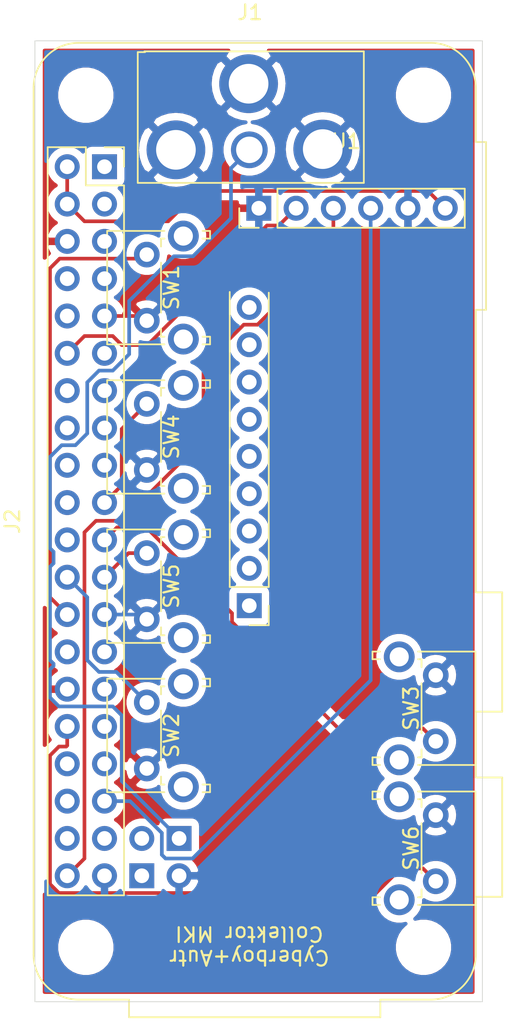
<source format=kicad_pcb>
(kicad_pcb (version 20171130) (host pcbnew "(5.1.6-0-10_14)")

  (general
    (thickness 1.6)
    (drawings 5)
    (tracks 93)
    (zones 0)
    (modules 9)
    (nets 43)
  )

  (page A4)
  (layers
    (0 F.Cu signal)
    (31 B.Cu signal)
    (32 B.Adhes user)
    (33 F.Adhes user)
    (34 B.Paste user)
    (35 F.Paste user)
    (36 B.SilkS user)
    (37 F.SilkS user)
    (38 B.Mask user)
    (39 F.Mask user)
    (40 Dwgs.User user)
    (41 Cmts.User user)
    (42 Eco1.User user)
    (43 Eco2.User user)
    (44 Edge.Cuts user)
    (45 Margin user)
    (46 B.CrtYd user)
    (47 F.CrtYd user)
    (48 B.Fab user)
    (49 F.Fab user)
  )

  (setup
    (last_trace_width 0.25)
    (trace_clearance 0.2)
    (zone_clearance 0.508)
    (zone_45_only no)
    (trace_min 0.2)
    (via_size 0.8)
    (via_drill 0.4)
    (via_min_size 0.4)
    (via_min_drill 0.3)
    (uvia_size 0.3)
    (uvia_drill 0.1)
    (uvias_allowed no)
    (uvia_min_size 0.2)
    (uvia_min_drill 0.1)
    (edge_width 0.05)
    (segment_width 0.2)
    (pcb_text_width 0.3)
    (pcb_text_size 1.5 1.5)
    (mod_edge_width 0.12)
    (mod_text_size 1 1)
    (mod_text_width 0.15)
    (pad_size 1.524 1.524)
    (pad_drill 0.762)
    (pad_to_mask_clearance 0.05)
    (aux_axis_origin 0 0)
    (visible_elements FFFFFF7F)
    (pcbplotparams
      (layerselection 0x010fc_ffffffff)
      (usegerberextensions false)
      (usegerberattributes true)
      (usegerberadvancedattributes true)
      (creategerberjobfile true)
      (excludeedgelayer true)
      (linewidth 0.100000)
      (plotframeref false)
      (viasonmask false)
      (mode 1)
      (useauxorigin false)
      (hpglpennumber 1)
      (hpglpenspeed 20)
      (hpglpendiameter 15.000000)
      (psnegative false)
      (psa4output false)
      (plotreference true)
      (plotvalue true)
      (plotinvisibletext false)
      (padsonsilk false)
      (subtractmaskfromsilk false)
      (outputformat 1)
      (mirror false)
      (drillshape 0)
      (scaleselection 1)
      (outputdirectory "v1/"))
  )

  (net 0 "")
  (net 1 GND)
  (net 2 "Net-(J1-Pad1)")
  (net 3 "Net-(J2-Pad40)")
  (net 4 "Net-(J2-Pad26)")
  (net 5 "Net-(J2-Pad22)")
  (net 6 "Net-(J2-Pad21)")
  (net 7 "Net-(J2-Pad29)")
  (net 8 "Net-(J2-Pad8)")
  (net 9 "Net-(J2-Pad7)")
  (net 10 "Net-(J2-Pad32)")
  (net 11 "Net-(J2-Pad31)")
  (net 12 "Net-(J2-Pad18)")
  (net 13 "Net-(J2-Pad17)")
  (net 14 "Net-(J2-Pad36)")
  (net 15 "Net-(J2-Pad35)")
  (net 16 "Net-(J2-Pad33)")
  (net 17 "Net-(J2-Pad38)")
  (net 18 "Net-(J2-Pad37)")
  (net 19 "Net-(J2-Pad19)")
  (net 20 "Net-(J2-Pad10)")
  (net 21 "Net-(J2-Pad13)")
  (net 22 "Net-(J2-Pad28)")
  (net 23 "Net-(J2-Pad27)")
  (net 24 "Net-(J2-Pad12)")
  (net 25 "Net-(J2-Pad11)")
  (net 26 "Net-(J2-Pad24)")
  (net 27 "Net-(J2-Pad23)")
  (net 28 "Net-(J2-Pad1)")
  (net 29 "Net-(J2-Pad2)")
  (net 30 "Net-(J2-Pad5)")
  (net 31 "Net-(J2-Pad16)")
  (net 32 "Net-(J2-Pad15)")
  (net 33 "Net-(J2-Pad3)")
  (net 34 "Net-(U1-Pad2)")
  (net 35 "Net-(U1-Pad3)")
  (net 36 "Net-(U1-Pad1)")
  (net 37 "Net-(U1-Pad4)")
  (net 38 "Net-(U1-Pad8)")
  (net 39 "Net-(U1-Pad7)")
  (net 40 "Net-(U1-Pad6)")
  (net 41 "Net-(U1-Pad5)")
  (net 42 "Net-(U1-Pad9)")

  (net_class Default "This is the default net class."
    (clearance 0.2)
    (trace_width 0.25)
    (via_dia 0.8)
    (via_drill 0.4)
    (uvia_dia 0.3)
    (uvia_drill 0.1)
    (add_net GND)
    (add_net "Net-(J1-Pad1)")
    (add_net "Net-(J2-Pad1)")
    (add_net "Net-(J2-Pad10)")
    (add_net "Net-(J2-Pad11)")
    (add_net "Net-(J2-Pad12)")
    (add_net "Net-(J2-Pad13)")
    (add_net "Net-(J2-Pad15)")
    (add_net "Net-(J2-Pad16)")
    (add_net "Net-(J2-Pad17)")
    (add_net "Net-(J2-Pad18)")
    (add_net "Net-(J2-Pad19)")
    (add_net "Net-(J2-Pad2)")
    (add_net "Net-(J2-Pad21)")
    (add_net "Net-(J2-Pad22)")
    (add_net "Net-(J2-Pad23)")
    (add_net "Net-(J2-Pad24)")
    (add_net "Net-(J2-Pad26)")
    (add_net "Net-(J2-Pad27)")
    (add_net "Net-(J2-Pad28)")
    (add_net "Net-(J2-Pad29)")
    (add_net "Net-(J2-Pad3)")
    (add_net "Net-(J2-Pad31)")
    (add_net "Net-(J2-Pad32)")
    (add_net "Net-(J2-Pad33)")
    (add_net "Net-(J2-Pad35)")
    (add_net "Net-(J2-Pad36)")
    (add_net "Net-(J2-Pad37)")
    (add_net "Net-(J2-Pad38)")
    (add_net "Net-(J2-Pad40)")
    (add_net "Net-(J2-Pad5)")
    (add_net "Net-(J2-Pad7)")
    (add_net "Net-(J2-Pad8)")
    (add_net "Net-(U1-Pad1)")
    (add_net "Net-(U1-Pad2)")
    (add_net "Net-(U1-Pad3)")
    (add_net "Net-(U1-Pad4)")
    (add_net "Net-(U1-Pad5)")
    (add_net "Net-(U1-Pad6)")
    (add_net "Net-(U1-Pad7)")
    (add_net "Net-(U1-Pad8)")
    (add_net "Net-(U1-Pad9)")
  )

  (module Button_Switch_THT:SW_Tactile_SPST_Angled_PTS645Vx39-2LFS (layer F.Cu) (tedit 5A02FE31) (tstamp 5F25FE89)
    (at 95.885 71.755 90)
    (descr "tactile switch SPST right angle, PTS645VL39-2 LFS")
    (tags "tactile switch SPST angled PTS645VL39-2 LFS C&K Button")
    (path /5F263241)
    (fp_text reference SW1 (at 2.25 1.68 90) (layer F.SilkS)
      (effects (font (size 1 1) (thickness 0.15)))
    )
    (fp_text value SW_SPST (at 2.25 5.38988 90) (layer F.Fab)
      (effects (font (size 1 1) (thickness 0.15)))
    )
    (fp_text user %R (at 2.25 1.68 90) (layer F.Fab)
      (effects (font (size 1 1) (thickness 0.15)))
    )
    (fp_line (start 0.5 -3.85) (end 0.5 -2.59) (layer F.Fab) (width 0.1))
    (fp_line (start 4 -3.85) (end 4 -2.59) (layer F.Fab) (width 0.1))
    (fp_line (start 0.5 -3.85) (end 4 -3.85) (layer F.Fab) (width 0.1))
    (fp_line (start -1.09 0.97) (end -1.09 1.2) (layer F.SilkS) (width 0.12))
    (fp_line (start 5.7 4.2) (end 5.7 0.86) (layer F.Fab) (width 0.1))
    (fp_line (start -1.5 4.2) (end -1.2 4.2) (layer F.Fab) (width 0.1))
    (fp_line (start -1.2 0.86) (end 5.7 0.86) (layer F.Fab) (width 0.1))
    (fp_line (start 6 4.2) (end 6 -2.59) (layer F.Fab) (width 0.1))
    (fp_line (start -2.5 -2.8) (end 7.05 -2.8) (layer F.CrtYd) (width 0.05))
    (fp_line (start 7.05 -2.8) (end 7.05 4.45) (layer F.CrtYd) (width 0.05))
    (fp_line (start 7.05 4.45) (end -2.5 4.45) (layer F.CrtYd) (width 0.05))
    (fp_line (start -2.5 4.45) (end -2.5 -2.8) (layer F.CrtYd) (width 0.05))
    (fp_line (start -1.61 -2.7) (end 6.11 -2.7) (layer F.SilkS) (width 0.12))
    (fp_line (start 6.11 -2.7) (end 6.11 1.2) (layer F.SilkS) (width 0.12))
    (fp_line (start -1.61 4.31) (end -1.09 4.31) (layer F.SilkS) (width 0.12))
    (fp_line (start -1.61 -2.7) (end -1.61 1.2) (layer F.SilkS) (width 0.12))
    (fp_line (start -1.5 -2.59) (end 6 -2.59) (layer F.Fab) (width 0.1))
    (fp_line (start -1.5 4.2) (end -1.5 -2.59) (layer F.Fab) (width 0.1))
    (fp_line (start 5.7 4.2) (end 6 4.2) (layer F.Fab) (width 0.1))
    (fp_line (start -1.2 4.2) (end -1.2 0.86) (layer F.Fab) (width 0.1))
    (fp_line (start 5.59 0.97) (end 5.59 1.2) (layer F.SilkS) (width 0.12))
    (fp_line (start -1.09 3.8) (end -1.09 4.31) (layer F.SilkS) (width 0.12))
    (fp_line (start -1.61 3.8) (end -1.61 4.31) (layer F.SilkS) (width 0.12))
    (fp_line (start 5.05 0.97) (end 5.59 0.97) (layer F.SilkS) (width 0.12))
    (fp_line (start 5.59 3.8) (end 5.59 4.31) (layer F.SilkS) (width 0.12))
    (fp_line (start 5.59 4.31) (end 6.11 4.31) (layer F.SilkS) (width 0.12))
    (fp_line (start 6.11 3.8) (end 6.11 4.31) (layer F.SilkS) (width 0.12))
    (fp_line (start -1.09 0.97) (end -0.55 0.97) (layer F.SilkS) (width 0.12))
    (fp_line (start 0.55 0.97) (end 3.95 0.97) (layer F.SilkS) (width 0.12))
    (pad "" thru_hole circle (at -1.25 2.49 90) (size 2.1 2.1) (drill 1.3) (layers *.Cu *.Mask))
    (pad 1 thru_hole circle (at 0 0 90) (size 1.75 1.75) (drill 0.99) (layers *.Cu *.Mask)
      (net 1 GND))
    (pad 2 thru_hole circle (at 4.5 0 90) (size 1.75 1.75) (drill 0.99) (layers *.Cu *.Mask)
      (net 4 "Net-(J2-Pad26)"))
    (pad "" thru_hole circle (at 5.76 2.49 90) (size 2.1 2.1) (drill 1.3) (layers *.Cu *.Mask))
    (model ${KISYS3DMOD}/Button_Switch_THT.3dshapes/SW_Tactile_SPST_Angled_PTS645Vx39-2LFS.wrl
      (at (xyz 0 0 0))
      (scale (xyz 1 1 1))
      (rotate (xyz 0 0 0))
    )
  )

  (module lib_fb:rpiPCM5102 (layer F.Cu) (tedit 5F258944) (tstamp 5F25FF73)
    (at 113.665 82.55)
    (descr "Through hole straight pin header, 1x06, 2.54mm pitch, single row")
    (tags "Through hole pin header THT 1x06 2.54mm single row")
    (path /5F261B15)
    (fp_text reference U1 (at -4.2 -23) (layer F.SilkS)
      (effects (font (size 1 1) (thickness 0.15)))
    )
    (fp_text value PCM5102 (at -4.6 -21.3) (layer F.Fab)
      (effects (font (size 1 1) (thickness 0.15)))
    )
    (fp_text user %R (at -4.2 -23 180) (layer F.Fab)
      (effects (font (size 1 1) (thickness 0.15)))
    )
    (fp_line (start -11.42 -17.815) (end -11.42 -19.72) (layer F.Fab) (width 0.1))
    (fp_line (start -11.42 -19.72) (end 3.82 -19.72) (layer F.Fab) (width 0.1))
    (fp_line (start 3.82 -19.72) (end 3.82 -17.18) (layer F.Fab) (width 0.1))
    (fp_line (start 3.82 -17.18) (end -10.785 -17.18) (layer F.Fab) (width 0.1))
    (fp_line (start -10.785 -17.18) (end -11.42 -17.815) (layer F.Fab) (width 0.1))
    (fp_line (start 3.88 -17.12) (end 3.88 -19.78) (layer F.SilkS) (width 0.12))
    (fp_line (start -8.88 -17.12) (end 3.88 -17.12) (layer F.SilkS) (width 0.12))
    (fp_line (start -8.88 -19.78) (end 3.88 -19.78) (layer F.SilkS) (width 0.12))
    (fp_line (start -8.88 -17.12) (end -8.88 -19.78) (layer F.SilkS) (width 0.12))
    (fp_line (start -10.15 -17.12) (end -11.48 -17.12) (layer F.SilkS) (width 0.12))
    (fp_line (start -11.48 -17.12) (end -11.48 -18.45) (layer F.SilkS) (width 0.12))
    (fp_line (start 4.35 10.45) (end 4.35 -20.25) (layer F.CrtYd) (width 0.05))
    (fp_line (start 4.35 -20.25) (end -12.5 -20.25) (layer F.CrtYd) (width 0.05))
    (fp_line (start -10.165 9.87) (end -12.07 9.87) (layer F.Fab) (width 0.1))
    (fp_line (start -9.53 -12.75) (end -9.53 9.235) (layer F.Fab) (width 0.1))
    (fp_line (start -9.53 9.235) (end -10.165 9.87) (layer F.Fab) (width 0.1))
    (fp_line (start -9.47 7.33) (end -12.13 7.33) (layer F.SilkS) (width 0.12))
    (fp_line (start -12.13 7.33) (end -12.13 -12.75) (layer F.SilkS) (width 0.12))
    (fp_line (start -12.6 10.4) (end 4.3 10.4) (layer F.CrtYd) (width 0.05))
    (fp_line (start -12.6 -20.3) (end -12.6 10.4) (layer F.CrtYd) (width 0.05))
    (fp_line (start -9.47 7.33) (end -9.47 -12.7) (layer F.SilkS) (width 0.12))
    (fp_line (start -12.07 9.87) (end -12.07 -12.65) (layer F.Fab) (width 0.1))
    (fp_line (start -9.47 9.93) (end -10.8 9.93) (layer F.SilkS) (width 0.12))
    (fp_line (start -9.47 8.6) (end -9.47 9.93) (layer F.SilkS) (width 0.12))
    (pad 2 thru_hole oval (at -10.8 -9.16 180) (size 1.7 1.7) (drill 1) (layers *.Cu *.Mask)
      (net 34 "Net-(U1-Pad2)"))
    (pad 3 thru_hole oval (at -10.8 -6.62 180) (size 1.7 1.7) (drill 1) (layers *.Cu *.Mask)
      (net 35 "Net-(U1-Pad3)"))
    (pad 1 thru_hole oval (at -10.8 -11.7 180) (size 1.7 1.7) (drill 1) (layers *.Cu *.Mask)
      (net 36 "Net-(U1-Pad1)"))
    (pad 4 thru_hole oval (at -10.8 -4.08 180) (size 1.7 1.7) (drill 1) (layers *.Cu *.Mask)
      (net 37 "Net-(U1-Pad4)"))
    (pad 8 thru_hole oval (at -10.8 6.06 180) (size 1.7 1.7) (drill 1) (layers *.Cu *.Mask)
      (net 38 "Net-(U1-Pad8)"))
    (pad 7 thru_hole oval (at -10.8 3.52 180) (size 1.7 1.7) (drill 1) (layers *.Cu *.Mask)
      (net 39 "Net-(U1-Pad7)"))
    (pad 6 thru_hole oval (at -10.8 0.98 180) (size 1.7 1.7) (drill 1) (layers *.Cu *.Mask)
      (net 40 "Net-(U1-Pad6)"))
    (pad 5 thru_hole oval (at -10.8 -1.56 180) (size 1.7 1.7) (drill 1) (layers *.Cu *.Mask)
      (net 41 "Net-(U1-Pad5)"))
    (pad 9 thru_hole rect (at -10.8 8.6 180) (size 1.7 1.7) (drill 1) (layers *.Cu *.Mask)
      (net 42 "Net-(U1-Pad9)"))
    (pad 15 thru_hole oval (at 2.55 -18.45 90) (size 1.7 1.7) (drill 1) (layers *.Cu *.Mask)
      (net 29 "Net-(J2-Pad2)"))
    (pad 14 thru_hole oval (at 0.01 -18.45 90) (size 1.7 1.7) (drill 1) (layers *.Cu *.Mask)
      (net 1 GND))
    (pad 13 thru_hole oval (at -2.53 -18.45 90) (size 1.7 1.7) (drill 1) (layers *.Cu *.Mask)
      (net 15 "Net-(J2-Pad35)"))
    (pad 12 thru_hole oval (at -5.07 -18.45 90) (size 1.7 1.7) (drill 1) (layers *.Cu *.Mask)
      (net 3 "Net-(J2-Pad40)"))
    (pad 11 thru_hole oval (at -7.61 -18.45 90) (size 1.7 1.7) (drill 1) (layers *.Cu *.Mask)
      (net 24 "Net-(J2-Pad12)"))
    (pad 10 thru_hole rect (at -10.15 -18.45 90) (size 1.7 1.7) (drill 1) (layers *.Cu *.Mask)
      (net 1 GND))
    (model ${KISYS3DMOD}/Connector_PinHeader_2.54mm.3dshapes/PinHeader_1x06_P2.54mm_Vertical.wrl
      (at (xyz 0 0 0))
      (scale (xyz 1 1 1))
      (rotate (xyz 0 0 0))
    )
  )

  (module Button_Switch_THT:SW_Tactile_SPST_Angled_PTS645Vx39-2LFS (layer F.Cu) (tedit 5A02FE31) (tstamp 5F25FF47)
    (at 115.57 105.41 270)
    (descr "tactile switch SPST right angle, PTS645VL39-2 LFS")
    (tags "tactile switch SPST angled PTS645VL39-2 LFS C&K Button")
    (path /5F2919B1)
    (fp_text reference SW6 (at 2.25 1.68 90) (layer F.SilkS)
      (effects (font (size 1 1) (thickness 0.15)))
    )
    (fp_text value SW_SPST (at 2.25 5.38988 90) (layer F.Fab)
      (effects (font (size 1 1) (thickness 0.15)))
    )
    (fp_text user %R (at 2.25 1.68 90) (layer F.Fab)
      (effects (font (size 1 1) (thickness 0.15)))
    )
    (fp_line (start 0.5 -3.85) (end 0.5 -2.59) (layer F.Fab) (width 0.1))
    (fp_line (start 4 -3.85) (end 4 -2.59) (layer F.Fab) (width 0.1))
    (fp_line (start 0.5 -3.85) (end 4 -3.85) (layer F.Fab) (width 0.1))
    (fp_line (start -1.09 0.97) (end -1.09 1.2) (layer F.SilkS) (width 0.12))
    (fp_line (start 5.7 4.2) (end 5.7 0.86) (layer F.Fab) (width 0.1))
    (fp_line (start -1.5 4.2) (end -1.2 4.2) (layer F.Fab) (width 0.1))
    (fp_line (start -1.2 0.86) (end 5.7 0.86) (layer F.Fab) (width 0.1))
    (fp_line (start 6 4.2) (end 6 -2.59) (layer F.Fab) (width 0.1))
    (fp_line (start -2.5 -2.8) (end 7.05 -2.8) (layer F.CrtYd) (width 0.05))
    (fp_line (start 7.05 -2.8) (end 7.05 4.45) (layer F.CrtYd) (width 0.05))
    (fp_line (start 7.05 4.45) (end -2.5 4.45) (layer F.CrtYd) (width 0.05))
    (fp_line (start -2.5 4.45) (end -2.5 -2.8) (layer F.CrtYd) (width 0.05))
    (fp_line (start -1.61 -2.7) (end 6.11 -2.7) (layer F.SilkS) (width 0.12))
    (fp_line (start 6.11 -2.7) (end 6.11 1.2) (layer F.SilkS) (width 0.12))
    (fp_line (start -1.61 4.31) (end -1.09 4.31) (layer F.SilkS) (width 0.12))
    (fp_line (start -1.61 -2.7) (end -1.61 1.2) (layer F.SilkS) (width 0.12))
    (fp_line (start -1.5 -2.59) (end 6 -2.59) (layer F.Fab) (width 0.1))
    (fp_line (start -1.5 4.2) (end -1.5 -2.59) (layer F.Fab) (width 0.1))
    (fp_line (start 5.7 4.2) (end 6 4.2) (layer F.Fab) (width 0.1))
    (fp_line (start -1.2 4.2) (end -1.2 0.86) (layer F.Fab) (width 0.1))
    (fp_line (start 5.59 0.97) (end 5.59 1.2) (layer F.SilkS) (width 0.12))
    (fp_line (start -1.09 3.8) (end -1.09 4.31) (layer F.SilkS) (width 0.12))
    (fp_line (start -1.61 3.8) (end -1.61 4.31) (layer F.SilkS) (width 0.12))
    (fp_line (start 5.05 0.97) (end 5.59 0.97) (layer F.SilkS) (width 0.12))
    (fp_line (start 5.59 3.8) (end 5.59 4.31) (layer F.SilkS) (width 0.12))
    (fp_line (start 5.59 4.31) (end 6.11 4.31) (layer F.SilkS) (width 0.12))
    (fp_line (start 6.11 3.8) (end 6.11 4.31) (layer F.SilkS) (width 0.12))
    (fp_line (start -1.09 0.97) (end -0.55 0.97) (layer F.SilkS) (width 0.12))
    (fp_line (start 0.55 0.97) (end 3.95 0.97) (layer F.SilkS) (width 0.12))
    (pad "" thru_hole circle (at -1.25 2.49 270) (size 2.1 2.1) (drill 1.3) (layers *.Cu *.Mask))
    (pad 1 thru_hole circle (at 0 0 270) (size 1.75 1.75) (drill 0.99) (layers *.Cu *.Mask)
      (net 1 GND))
    (pad 2 thru_hole circle (at 4.5 0 270) (size 1.75 1.75) (drill 0.99) (layers *.Cu *.Mask)
      (net 10 "Net-(J2-Pad32)"))
    (pad "" thru_hole circle (at 5.76 2.49 270) (size 2.1 2.1) (drill 1.3) (layers *.Cu *.Mask))
    (model ${KISYS3DMOD}/Button_Switch_THT.3dshapes/SW_Tactile_SPST_Angled_PTS645Vx39-2LFS.wrl
      (at (xyz 0 0 0))
      (scale (xyz 1 1 1))
      (rotate (xyz 0 0 0))
    )
  )

  (module Button_Switch_THT:SW_Tactile_SPST_Angled_PTS645Vx39-2LFS (layer F.Cu) (tedit 5A02FE31) (tstamp 5F25FF21)
    (at 95.885 92.075 90)
    (descr "tactile switch SPST right angle, PTS645VL39-2 LFS")
    (tags "tactile switch SPST angled PTS645VL39-2 LFS C&K Button")
    (path /5F264E21)
    (fp_text reference SW5 (at 2.25 1.68 90) (layer F.SilkS)
      (effects (font (size 1 1) (thickness 0.15)))
    )
    (fp_text value SW_SPST (at 2.25 5.38988 90) (layer F.Fab)
      (effects (font (size 1 1) (thickness 0.15)))
    )
    (fp_text user %R (at 2.25 1.68 90) (layer F.Fab)
      (effects (font (size 1 1) (thickness 0.15)))
    )
    (fp_line (start 0.5 -3.85) (end 0.5 -2.59) (layer F.Fab) (width 0.1))
    (fp_line (start 4 -3.85) (end 4 -2.59) (layer F.Fab) (width 0.1))
    (fp_line (start 0.5 -3.85) (end 4 -3.85) (layer F.Fab) (width 0.1))
    (fp_line (start -1.09 0.97) (end -1.09 1.2) (layer F.SilkS) (width 0.12))
    (fp_line (start 5.7 4.2) (end 5.7 0.86) (layer F.Fab) (width 0.1))
    (fp_line (start -1.5 4.2) (end -1.2 4.2) (layer F.Fab) (width 0.1))
    (fp_line (start -1.2 0.86) (end 5.7 0.86) (layer F.Fab) (width 0.1))
    (fp_line (start 6 4.2) (end 6 -2.59) (layer F.Fab) (width 0.1))
    (fp_line (start -2.5 -2.8) (end 7.05 -2.8) (layer F.CrtYd) (width 0.05))
    (fp_line (start 7.05 -2.8) (end 7.05 4.45) (layer F.CrtYd) (width 0.05))
    (fp_line (start 7.05 4.45) (end -2.5 4.45) (layer F.CrtYd) (width 0.05))
    (fp_line (start -2.5 4.45) (end -2.5 -2.8) (layer F.CrtYd) (width 0.05))
    (fp_line (start -1.61 -2.7) (end 6.11 -2.7) (layer F.SilkS) (width 0.12))
    (fp_line (start 6.11 -2.7) (end 6.11 1.2) (layer F.SilkS) (width 0.12))
    (fp_line (start -1.61 4.31) (end -1.09 4.31) (layer F.SilkS) (width 0.12))
    (fp_line (start -1.61 -2.7) (end -1.61 1.2) (layer F.SilkS) (width 0.12))
    (fp_line (start -1.5 -2.59) (end 6 -2.59) (layer F.Fab) (width 0.1))
    (fp_line (start -1.5 4.2) (end -1.5 -2.59) (layer F.Fab) (width 0.1))
    (fp_line (start 5.7 4.2) (end 6 4.2) (layer F.Fab) (width 0.1))
    (fp_line (start -1.2 4.2) (end -1.2 0.86) (layer F.Fab) (width 0.1))
    (fp_line (start 5.59 0.97) (end 5.59 1.2) (layer F.SilkS) (width 0.12))
    (fp_line (start -1.09 3.8) (end -1.09 4.31) (layer F.SilkS) (width 0.12))
    (fp_line (start -1.61 3.8) (end -1.61 4.31) (layer F.SilkS) (width 0.12))
    (fp_line (start 5.05 0.97) (end 5.59 0.97) (layer F.SilkS) (width 0.12))
    (fp_line (start 5.59 3.8) (end 5.59 4.31) (layer F.SilkS) (width 0.12))
    (fp_line (start 5.59 4.31) (end 6.11 4.31) (layer F.SilkS) (width 0.12))
    (fp_line (start 6.11 3.8) (end 6.11 4.31) (layer F.SilkS) (width 0.12))
    (fp_line (start -1.09 0.97) (end -0.55 0.97) (layer F.SilkS) (width 0.12))
    (fp_line (start 0.55 0.97) (end 3.95 0.97) (layer F.SilkS) (width 0.12))
    (pad "" thru_hole circle (at -1.25 2.49 90) (size 2.1 2.1) (drill 1.3) (layers *.Cu *.Mask))
    (pad 1 thru_hole circle (at 0 0 90) (size 1.75 1.75) (drill 0.99) (layers *.Cu *.Mask)
      (net 1 GND))
    (pad 2 thru_hole circle (at 4.5 0 90) (size 1.75 1.75) (drill 0.99) (layers *.Cu *.Mask)
      (net 27 "Net-(J2-Pad23)"))
    (pad "" thru_hole circle (at 5.76 2.49 90) (size 2.1 2.1) (drill 1.3) (layers *.Cu *.Mask))
    (model ${KISYS3DMOD}/Button_Switch_THT.3dshapes/SW_Tactile_SPST_Angled_PTS645Vx39-2LFS.wrl
      (at (xyz 0 0 0))
      (scale (xyz 1 1 1))
      (rotate (xyz 0 0 0))
    )
  )

  (module Button_Switch_THT:SW_Tactile_SPST_Angled_PTS645Vx39-2LFS (layer F.Cu) (tedit 5A02FE31) (tstamp 5F25FEFB)
    (at 95.885 81.915 90)
    (descr "tactile switch SPST right angle, PTS645VL39-2 LFS")
    (tags "tactile switch SPST angled PTS645VL39-2 LFS C&K Button")
    (path /5F26459C)
    (fp_text reference SW4 (at 2.25 1.68 90) (layer F.SilkS)
      (effects (font (size 1 1) (thickness 0.15)))
    )
    (fp_text value SW_SPST (at 2.25 5.38988 90) (layer F.Fab)
      (effects (font (size 1 1) (thickness 0.15)))
    )
    (fp_text user %R (at 2.25 1.68 90) (layer F.Fab)
      (effects (font (size 1 1) (thickness 0.15)))
    )
    (fp_line (start 0.5 -3.85) (end 0.5 -2.59) (layer F.Fab) (width 0.1))
    (fp_line (start 4 -3.85) (end 4 -2.59) (layer F.Fab) (width 0.1))
    (fp_line (start 0.5 -3.85) (end 4 -3.85) (layer F.Fab) (width 0.1))
    (fp_line (start -1.09 0.97) (end -1.09 1.2) (layer F.SilkS) (width 0.12))
    (fp_line (start 5.7 4.2) (end 5.7 0.86) (layer F.Fab) (width 0.1))
    (fp_line (start -1.5 4.2) (end -1.2 4.2) (layer F.Fab) (width 0.1))
    (fp_line (start -1.2 0.86) (end 5.7 0.86) (layer F.Fab) (width 0.1))
    (fp_line (start 6 4.2) (end 6 -2.59) (layer F.Fab) (width 0.1))
    (fp_line (start -2.5 -2.8) (end 7.05 -2.8) (layer F.CrtYd) (width 0.05))
    (fp_line (start 7.05 -2.8) (end 7.05 4.45) (layer F.CrtYd) (width 0.05))
    (fp_line (start 7.05 4.45) (end -2.5 4.45) (layer F.CrtYd) (width 0.05))
    (fp_line (start -2.5 4.45) (end -2.5 -2.8) (layer F.CrtYd) (width 0.05))
    (fp_line (start -1.61 -2.7) (end 6.11 -2.7) (layer F.SilkS) (width 0.12))
    (fp_line (start 6.11 -2.7) (end 6.11 1.2) (layer F.SilkS) (width 0.12))
    (fp_line (start -1.61 4.31) (end -1.09 4.31) (layer F.SilkS) (width 0.12))
    (fp_line (start -1.61 -2.7) (end -1.61 1.2) (layer F.SilkS) (width 0.12))
    (fp_line (start -1.5 -2.59) (end 6 -2.59) (layer F.Fab) (width 0.1))
    (fp_line (start -1.5 4.2) (end -1.5 -2.59) (layer F.Fab) (width 0.1))
    (fp_line (start 5.7 4.2) (end 6 4.2) (layer F.Fab) (width 0.1))
    (fp_line (start -1.2 4.2) (end -1.2 0.86) (layer F.Fab) (width 0.1))
    (fp_line (start 5.59 0.97) (end 5.59 1.2) (layer F.SilkS) (width 0.12))
    (fp_line (start -1.09 3.8) (end -1.09 4.31) (layer F.SilkS) (width 0.12))
    (fp_line (start -1.61 3.8) (end -1.61 4.31) (layer F.SilkS) (width 0.12))
    (fp_line (start 5.05 0.97) (end 5.59 0.97) (layer F.SilkS) (width 0.12))
    (fp_line (start 5.59 3.8) (end 5.59 4.31) (layer F.SilkS) (width 0.12))
    (fp_line (start 5.59 4.31) (end 6.11 4.31) (layer F.SilkS) (width 0.12))
    (fp_line (start 6.11 3.8) (end 6.11 4.31) (layer F.SilkS) (width 0.12))
    (fp_line (start -1.09 0.97) (end -0.55 0.97) (layer F.SilkS) (width 0.12))
    (fp_line (start 0.55 0.97) (end 3.95 0.97) (layer F.SilkS) (width 0.12))
    (pad "" thru_hole circle (at -1.25 2.49 90) (size 2.1 2.1) (drill 1.3) (layers *.Cu *.Mask))
    (pad 1 thru_hole circle (at 0 0 90) (size 1.75 1.75) (drill 0.99) (layers *.Cu *.Mask)
      (net 1 GND))
    (pad 2 thru_hole circle (at 4.5 0 90) (size 1.75 1.75) (drill 0.99) (layers *.Cu *.Mask)
      (net 19 "Net-(J2-Pad19)"))
    (pad "" thru_hole circle (at 5.76 2.49 90) (size 2.1 2.1) (drill 1.3) (layers *.Cu *.Mask))
    (model ${KISYS3DMOD}/Button_Switch_THT.3dshapes/SW_Tactile_SPST_Angled_PTS645Vx39-2LFS.wrl
      (at (xyz 0 0 0))
      (scale (xyz 1 1 1))
      (rotate (xyz 0 0 0))
    )
  )

  (module Button_Switch_THT:SW_Tactile_SPST_Angled_PTS645Vx39-2LFS (layer F.Cu) (tedit 5A02FE31) (tstamp 5F25FED5)
    (at 115.57 95.885 270)
    (descr "tactile switch SPST right angle, PTS645VL39-2 LFS")
    (tags "tactile switch SPST angled PTS645VL39-2 LFS C&K Button")
    (path /5F26430C)
    (fp_text reference SW3 (at 2.25 1.68 90) (layer F.SilkS)
      (effects (font (size 1 1) (thickness 0.15)))
    )
    (fp_text value SW_SPST (at 2.25 5.38988 90) (layer F.Fab)
      (effects (font (size 1 1) (thickness 0.15)))
    )
    (fp_text user %R (at 2.25 1.68 90) (layer F.Fab)
      (effects (font (size 1 1) (thickness 0.15)))
    )
    (fp_line (start 0.5 -3.85) (end 0.5 -2.59) (layer F.Fab) (width 0.1))
    (fp_line (start 4 -3.85) (end 4 -2.59) (layer F.Fab) (width 0.1))
    (fp_line (start 0.5 -3.85) (end 4 -3.85) (layer F.Fab) (width 0.1))
    (fp_line (start -1.09 0.97) (end -1.09 1.2) (layer F.SilkS) (width 0.12))
    (fp_line (start 5.7 4.2) (end 5.7 0.86) (layer F.Fab) (width 0.1))
    (fp_line (start -1.5 4.2) (end -1.2 4.2) (layer F.Fab) (width 0.1))
    (fp_line (start -1.2 0.86) (end 5.7 0.86) (layer F.Fab) (width 0.1))
    (fp_line (start 6 4.2) (end 6 -2.59) (layer F.Fab) (width 0.1))
    (fp_line (start -2.5 -2.8) (end 7.05 -2.8) (layer F.CrtYd) (width 0.05))
    (fp_line (start 7.05 -2.8) (end 7.05 4.45) (layer F.CrtYd) (width 0.05))
    (fp_line (start 7.05 4.45) (end -2.5 4.45) (layer F.CrtYd) (width 0.05))
    (fp_line (start -2.5 4.45) (end -2.5 -2.8) (layer F.CrtYd) (width 0.05))
    (fp_line (start -1.61 -2.7) (end 6.11 -2.7) (layer F.SilkS) (width 0.12))
    (fp_line (start 6.11 -2.7) (end 6.11 1.2) (layer F.SilkS) (width 0.12))
    (fp_line (start -1.61 4.31) (end -1.09 4.31) (layer F.SilkS) (width 0.12))
    (fp_line (start -1.61 -2.7) (end -1.61 1.2) (layer F.SilkS) (width 0.12))
    (fp_line (start -1.5 -2.59) (end 6 -2.59) (layer F.Fab) (width 0.1))
    (fp_line (start -1.5 4.2) (end -1.5 -2.59) (layer F.Fab) (width 0.1))
    (fp_line (start 5.7 4.2) (end 6 4.2) (layer F.Fab) (width 0.1))
    (fp_line (start -1.2 4.2) (end -1.2 0.86) (layer F.Fab) (width 0.1))
    (fp_line (start 5.59 0.97) (end 5.59 1.2) (layer F.SilkS) (width 0.12))
    (fp_line (start -1.09 3.8) (end -1.09 4.31) (layer F.SilkS) (width 0.12))
    (fp_line (start -1.61 3.8) (end -1.61 4.31) (layer F.SilkS) (width 0.12))
    (fp_line (start 5.05 0.97) (end 5.59 0.97) (layer F.SilkS) (width 0.12))
    (fp_line (start 5.59 3.8) (end 5.59 4.31) (layer F.SilkS) (width 0.12))
    (fp_line (start 5.59 4.31) (end 6.11 4.31) (layer F.SilkS) (width 0.12))
    (fp_line (start 6.11 3.8) (end 6.11 4.31) (layer F.SilkS) (width 0.12))
    (fp_line (start -1.09 0.97) (end -0.55 0.97) (layer F.SilkS) (width 0.12))
    (fp_line (start 0.55 0.97) (end 3.95 0.97) (layer F.SilkS) (width 0.12))
    (pad "" thru_hole circle (at -1.25 2.49 270) (size 2.1 2.1) (drill 1.3) (layers *.Cu *.Mask))
    (pad 1 thru_hole circle (at 0 0 270) (size 1.75 1.75) (drill 0.99) (layers *.Cu *.Mask)
      (net 1 GND))
    (pad 2 thru_hole circle (at 4.5 0 270) (size 1.75 1.75) (drill 0.99) (layers *.Cu *.Mask)
      (net 6 "Net-(J2-Pad21)"))
    (pad "" thru_hole circle (at 5.76 2.49 270) (size 2.1 2.1) (drill 1.3) (layers *.Cu *.Mask))
    (model ${KISYS3DMOD}/Button_Switch_THT.3dshapes/SW_Tactile_SPST_Angled_PTS645Vx39-2LFS.wrl
      (at (xyz 0 0 0))
      (scale (xyz 1 1 1))
      (rotate (xyz 0 0 0))
    )
  )

  (module Button_Switch_THT:SW_Tactile_SPST_Angled_PTS645Vx39-2LFS (layer F.Cu) (tedit 5A02FE31) (tstamp 5F25FEAF)
    (at 95.885 102.235 90)
    (descr "tactile switch SPST right angle, PTS645VL39-2 LFS")
    (tags "tactile switch SPST angled PTS645VL39-2 LFS C&K Button")
    (path /5F263C49)
    (fp_text reference SW2 (at 2.25 1.68 90) (layer F.SilkS)
      (effects (font (size 1 1) (thickness 0.15)))
    )
    (fp_text value SW_SPST (at 2.25 5.38988 90) (layer F.Fab)
      (effects (font (size 1 1) (thickness 0.15)))
    )
    (fp_text user %R (at 2.25 1.68 90) (layer F.Fab)
      (effects (font (size 1 1) (thickness 0.15)))
    )
    (fp_line (start 0.5 -3.85) (end 0.5 -2.59) (layer F.Fab) (width 0.1))
    (fp_line (start 4 -3.85) (end 4 -2.59) (layer F.Fab) (width 0.1))
    (fp_line (start 0.5 -3.85) (end 4 -3.85) (layer F.Fab) (width 0.1))
    (fp_line (start -1.09 0.97) (end -1.09 1.2) (layer F.SilkS) (width 0.12))
    (fp_line (start 5.7 4.2) (end 5.7 0.86) (layer F.Fab) (width 0.1))
    (fp_line (start -1.5 4.2) (end -1.2 4.2) (layer F.Fab) (width 0.1))
    (fp_line (start -1.2 0.86) (end 5.7 0.86) (layer F.Fab) (width 0.1))
    (fp_line (start 6 4.2) (end 6 -2.59) (layer F.Fab) (width 0.1))
    (fp_line (start -2.5 -2.8) (end 7.05 -2.8) (layer F.CrtYd) (width 0.05))
    (fp_line (start 7.05 -2.8) (end 7.05 4.45) (layer F.CrtYd) (width 0.05))
    (fp_line (start 7.05 4.45) (end -2.5 4.45) (layer F.CrtYd) (width 0.05))
    (fp_line (start -2.5 4.45) (end -2.5 -2.8) (layer F.CrtYd) (width 0.05))
    (fp_line (start -1.61 -2.7) (end 6.11 -2.7) (layer F.SilkS) (width 0.12))
    (fp_line (start 6.11 -2.7) (end 6.11 1.2) (layer F.SilkS) (width 0.12))
    (fp_line (start -1.61 4.31) (end -1.09 4.31) (layer F.SilkS) (width 0.12))
    (fp_line (start -1.61 -2.7) (end -1.61 1.2) (layer F.SilkS) (width 0.12))
    (fp_line (start -1.5 -2.59) (end 6 -2.59) (layer F.Fab) (width 0.1))
    (fp_line (start -1.5 4.2) (end -1.5 -2.59) (layer F.Fab) (width 0.1))
    (fp_line (start 5.7 4.2) (end 6 4.2) (layer F.Fab) (width 0.1))
    (fp_line (start -1.2 4.2) (end -1.2 0.86) (layer F.Fab) (width 0.1))
    (fp_line (start 5.59 0.97) (end 5.59 1.2) (layer F.SilkS) (width 0.12))
    (fp_line (start -1.09 3.8) (end -1.09 4.31) (layer F.SilkS) (width 0.12))
    (fp_line (start -1.61 3.8) (end -1.61 4.31) (layer F.SilkS) (width 0.12))
    (fp_line (start 5.05 0.97) (end 5.59 0.97) (layer F.SilkS) (width 0.12))
    (fp_line (start 5.59 3.8) (end 5.59 4.31) (layer F.SilkS) (width 0.12))
    (fp_line (start 5.59 4.31) (end 6.11 4.31) (layer F.SilkS) (width 0.12))
    (fp_line (start 6.11 3.8) (end 6.11 4.31) (layer F.SilkS) (width 0.12))
    (fp_line (start -1.09 0.97) (end -0.55 0.97) (layer F.SilkS) (width 0.12))
    (fp_line (start 0.55 0.97) (end 3.95 0.97) (layer F.SilkS) (width 0.12))
    (pad "" thru_hole circle (at -1.25 2.49 90) (size 2.1 2.1) (drill 1.3) (layers *.Cu *.Mask))
    (pad 1 thru_hole circle (at 0 0 90) (size 1.75 1.75) (drill 0.99) (layers *.Cu *.Mask)
      (net 1 GND))
    (pad 2 thru_hole circle (at 4.5 0 90) (size 1.75 1.75) (drill 0.99) (layers *.Cu *.Mask)
      (net 26 "Net-(J2-Pad24)"))
    (pad "" thru_hole circle (at 5.76 2.49 90) (size 2.1 2.1) (drill 1.3) (layers *.Cu *.Mask))
    (model ${KISYS3DMOD}/Button_Switch_THT.3dshapes/SW_Tactile_SPST_Angled_PTS645Vx39-2LFS.wrl
      (at (xyz 0 0 0))
      (scale (xyz 1 1 1))
      (rotate (xyz 0 0 0))
    )
  )

  (module lib_fb:Raspberry_Pi_Zero (layer F.Cu) (tedit 5F258264) (tstamp 5F25FE63)
    (at 93.005 61.275)
    (descr "Raspberry Pi Zero using through hole straight pin socket, 2x20, 2.54mm pitch, https://www.raspberrypi.org/documentation/hardware/raspberrypi/mechanical/rpi_MECH_Zero_1p2.pdf")
    (tags "raspberry pi zero through hole")
    (path /5F273231)
    (fp_text reference J2 (at -6.27 24.13 90) (layer F.SilkS)
      (effects (font (size 1 1) (thickness 0.15)))
    )
    (fp_text value Raspberry_Pi_Zero (at 10.23 24.13 270) (layer F.Fab)
      (effects (font (size 1 1) (thickness 0.15)))
    )
    (fp_text user %R (at -1.27 24.13 90) (layer F.Fab)
      (effects (font (size 1 1) (thickness 0.15)))
    )
    (fp_arc (start -1.77 53.63) (end -1.77 56.63) (angle 90) (layer F.Fab) (width 0.1))
    (fp_arc (start -1.77 -5.37) (end -4.77 -5.37) (angle 90) (layer F.Fab) (width 0.1))
    (fp_arc (start 22.23 -5.37) (end 22.23 -8.37) (angle 90) (layer F.Fab) (width 0.1))
    (fp_arc (start 22.23 53.63) (end 25.29 53.63) (angle 90) (layer F.SilkS) (width 0.12))
    (fp_arc (start -1.77 53.63) (end -1.77 56.69) (angle 90) (layer F.SilkS) (width 0.12))
    (fp_arc (start -1.77 -5.37) (end -4.83 -5.37) (angle 90) (layer F.SilkS) (width 0.12))
    (fp_arc (start 22.23 53.63) (end 25.23 53.63) (angle 90) (layer F.Fab) (width 0.1))
    (fp_arc (start 22.23 -5.37) (end 22.23 -8.43) (angle 90) (layer F.SilkS) (width 0.12))
    (fp_line (start 25.29 -1.68) (end 25.29 -5.37) (layer F.SilkS) (width 0.12))
    (fp_line (start 25.99 -1.68) (end 25.29 -1.68) (layer F.SilkS) (width 0.12))
    (fp_line (start 25.99 9.74) (end 25.99 -1.68) (layer F.SilkS) (width 0.12))
    (fp_line (start 25.29 9.74) (end 25.99 9.74) (layer F.SilkS) (width 0.12))
    (fp_line (start 25.29 28.97) (end 25.29 9.74) (layer F.SilkS) (width 0.12))
    (fp_line (start 25.29 41.57) (end 25.29 37.09) (layer F.SilkS) (width 0.12))
    (fp_line (start 27.09 37.09) (end 27.09 28.97) (layer F.SilkS) (width 0.12))
    (fp_line (start 27.09 28.97) (end 25.29 28.97) (layer F.SilkS) (width 0.12))
    (fp_line (start 25.29 37.09) (end 27.09 37.09) (layer F.SilkS) (width 0.12))
    (fp_line (start 27.09 41.57) (end 25.29 41.57) (layer F.SilkS) (width 0.12))
    (fp_line (start 27.09 49.69) (end 27.09 41.57) (layer F.SilkS) (width 0.12))
    (fp_line (start 25.29 49.69) (end 27.09 49.69) (layer F.SilkS) (width 0.12))
    (fp_line (start 1.67 56.69) (end -1.77 56.69) (layer F.SilkS) (width 0.12))
    (fp_line (start 18.79 57.89) (end 18.79 56.69) (layer F.SilkS) (width 0.12))
    (fp_line (start 1.67 57.89) (end 18.79 57.89) (layer F.SilkS) (width 0.12))
    (fp_line (start 1.67 56.69) (end 1.67 57.89) (layer F.SilkS) (width 0.12))
    (fp_line (start 22.23 56.63) (end 18.73 56.63) (layer F.Fab) (width 0.1))
    (fp_line (start 18.73 56.63) (end 18.73 57.83) (layer F.Fab) (width 0.1))
    (fp_line (start 1.73 57.83) (end 18.73 57.83) (layer F.Fab) (width 0.1))
    (fp_line (start 1.73 56.63) (end 1.73 57.83) (layer F.Fab) (width 0.1))
    (fp_line (start 25.23 29.03) (end 25.23 9.68) (layer F.Fab) (width 0.1))
    (fp_line (start 25.23 41.63) (end 25.23 37.03) (layer F.Fab) (width 0.1))
    (fp_line (start 25.23 49.63) (end 25.23 53.63) (layer F.Fab) (width 0.1))
    (fp_line (start 27.03 37.03) (end 27.03 29.03) (layer F.Fab) (width 0.1))
    (fp_line (start 25.23 37.03) (end 27.03 37.03) (layer F.Fab) (width 0.1))
    (fp_line (start 27.03 29.03) (end 25.23 29.03) (layer F.Fab) (width 0.1))
    (fp_line (start -4.77 53.63) (end -4.77 -5.37) (layer F.Fab) (width 0.1))
    (fp_line (start -1.77 -8.37) (end 22.23 -8.37) (layer F.Fab) (width 0.1))
    (fp_line (start -1.77 56.63) (end 1.73 56.63) (layer F.Fab) (width 0.1))
    (fp_line (start -3.81 49.53) (end -3.81 -1.27) (layer F.Fab) (width 0.1))
    (fp_line (start 1.27 49.53) (end -3.81 49.53) (layer F.Fab) (width 0.1))
    (fp_line (start -3.87 -1.33) (end -3.87 49.59) (layer F.SilkS) (width 0.12))
    (fp_line (start -3.87 -1.33) (end -1.27 -1.33) (layer F.SilkS) (width 0.12))
    (fp_line (start 1.76 -1.8) (end 1.76 50) (layer F.CrtYd) (width 0.05))
    (fp_line (start -4.34 -1.8) (end 1.76 -1.8) (layer F.CrtYd) (width 0.05))
    (fp_line (start -4.34 50) (end -4.34 -1.8) (layer F.CrtYd) (width 0.05))
    (fp_line (start 1.76 50) (end -4.34 50) (layer F.CrtYd) (width 0.05))
    (fp_line (start -1.27 -1.33) (end -1.27 1.27) (layer F.SilkS) (width 0.12))
    (fp_line (start -1.27 1.27) (end 1.33 1.27) (layer F.SilkS) (width 0.12))
    (fp_line (start 0 -1.33) (end 1.33 -1.33) (layer F.SilkS) (width 0.12))
    (fp_line (start 1.33 -1.33) (end 1.33 0) (layer F.SilkS) (width 0.12))
    (fp_line (start 1.33 1.27) (end 1.33 49.59) (layer F.SilkS) (width 0.12))
    (fp_line (start -3.87 49.59) (end 1.33 49.59) (layer F.SilkS) (width 0.12))
    (fp_line (start 0.27 -1.27) (end 1.27 -0.27) (layer F.Fab) (width 0.1))
    (fp_line (start -3.81 -1.27) (end 0.27 -1.27) (layer F.Fab) (width 0.1))
    (fp_line (start 1.27 -0.27) (end 1.27 49.53) (layer F.Fab) (width 0.1))
    (fp_line (start 18.79 56.69) (end 22.23 56.69) (layer F.SilkS) (width 0.12))
    (fp_line (start 25.29 53.63) (end 25.29 49.69) (layer F.SilkS) (width 0.12))
    (fp_line (start -1.77 -8.43) (end 22.23 -8.43) (layer F.SilkS) (width 0.12))
    (fp_line (start -4.83 53.63) (end -4.83 -5.37) (layer F.SilkS) (width 0.12))
    (fp_line (start 27.53 50.13) (end 25.48 50.13) (layer F.CrtYd) (width 0.05))
    (fp_line (start 27.53 41.13) (end 25.48 41.13) (layer F.CrtYd) (width 0.05))
    (fp_line (start 27.53 50.13) (end 27.53 41.13) (layer F.CrtYd) (width 0.05))
    (fp_line (start 27.53 37.53) (end 25.48 37.53) (layer F.CrtYd) (width 0.05))
    (fp_line (start 27.53 37.53) (end 27.53 28.53) (layer F.CrtYd) (width 0.05))
    (fp_line (start 27.53 28.53) (end 25.48 28.53) (layer F.CrtYd) (width 0.05))
    (fp_line (start 26.43 10.18) (end 25.48 10.18) (layer F.CrtYd) (width 0.05))
    (fp_line (start 26.43 -2.12) (end 25.48 -2.12) (layer F.CrtYd) (width 0.05))
    (fp_line (start 26.43 -2.12) (end 26.43 10.18) (layer F.CrtYd) (width 0.05))
    (fp_line (start 1.23 58.33) (end 1.23 56.88) (layer F.CrtYd) (width 0.05))
    (fp_line (start 19.23 58.33) (end 19.23 56.88) (layer F.CrtYd) (width 0.05))
    (fp_line (start 19.23 58.33) (end 1.23 58.33) (layer F.CrtYd) (width 0.05))
    (fp_line (start -5.02 56.88) (end -5.02 -8.62) (layer F.CrtYd) (width 0.05))
    (fp_line (start 25.48 28.53) (end 25.48 10.18) (layer F.CrtYd) (width 0.05))
    (fp_line (start -5.02 -8.62) (end 25.48 -8.62) (layer F.CrtYd) (width 0.05))
    (fp_line (start 25.48 -2.12) (end 25.48 -8.62) (layer F.CrtYd) (width 0.05))
    (fp_line (start 25.48 37.53) (end 25.48 41.13) (layer F.CrtYd) (width 0.05))
    (fp_line (start 25.48 50.13) (end 25.48 56.88) (layer F.CrtYd) (width 0.05))
    (fp_line (start -5.02 56.88) (end 1.23 56.88) (layer F.CrtYd) (width 0.05))
    (fp_line (start 19.23 56.88) (end 25.48 56.88) (layer F.CrtYd) (width 0.05))
    (fp_line (start 25.23 -1.62) (end 25.93 -1.62) (layer F.Fab) (width 0.1))
    (fp_line (start 25.23 9.68) (end 25.93 9.68) (layer F.Fab) (width 0.1))
    (fp_line (start 25.93 9.68) (end 25.93 -1.62) (layer F.Fab) (width 0.1))
    (fp_line (start 25.23 -1.62) (end 25.23 -5.37) (layer F.Fab) (width 0.1))
    (fp_line (start 25.23 49.63) (end 27.03 49.63) (layer F.Fab) (width 0.1))
    (fp_line (start 27.03 49.63) (end 27.03 41.63) (layer F.Fab) (width 0.1))
    (fp_line (start 27.03 41.63) (end 25.23 41.63) (layer F.Fab) (width 0.1))
    (pad "" thru_hole oval (at 2.54 45.72) (size 1.7 1.7) (drill 1) (layers *.Cu *.Mask))
    (pad 42 thru_hole oval (at 5.08 48.26) (size 1.7 1.7) (drill 1) (layers *.Cu *.Mask)
      (net 1 GND))
    (pad 41 thru_hole rect (at 5.08 45.72) (size 1.7 1.7) (drill 1) (layers *.Cu *.Mask)
      (net 2 "Net-(J1-Pad1)"))
    (pad "" thru_hole rect (at 2.54 48.26) (size 1.7 1.7) (drill 1) (layers *.Cu *.Mask))
    (pad "" np_thru_hole circle (at -1.27 53.13 90) (size 2.75 2.75) (drill 2.75) (layers *.Cu *.Mask)
      (solder_mask_margin 1.625))
    (pad "" np_thru_hole circle (at 21.73 -4.87 90) (size 2.75 2.75) (drill 2.75) (layers *.Cu *.Mask)
      (solder_mask_margin 1.625))
    (pad "" np_thru_hole circle (at 21.73 53.13 90) (size 2.75 2.75) (drill 2.75) (layers *.Cu *.Mask)
      (solder_mask_margin 1.625))
    (pad "" np_thru_hole circle (at -1.27 -4.87 90) (size 2.75 2.75) (drill 2.75) (layers *.Cu *.Mask)
      (solder_mask_margin 1.625))
    (pad 40 thru_hole oval (at -2.54 48.26) (size 1.7 1.7) (drill 1) (layers *.Cu *.Mask)
      (net 3 "Net-(J2-Pad40)"))
    (pad 39 thru_hole oval (at 0 48.26) (size 1.7 1.7) (drill 1) (layers *.Cu *.Mask)
      (net 1 GND))
    (pad 26 thru_hole oval (at -2.54 30.48) (size 1.7 1.7) (drill 1) (layers *.Cu *.Mask)
      (net 4 "Net-(J2-Pad26)"))
    (pad 25 thru_hole oval (at 0 30.48) (size 1.7 1.7) (drill 1) (layers *.Cu *.Mask)
      (net 1 GND))
    (pad 22 thru_hole oval (at -2.54 25.4) (size 1.7 1.7) (drill 1) (layers *.Cu *.Mask)
      (net 5 "Net-(J2-Pad22)"))
    (pad 21 thru_hole oval (at 0 25.4) (size 1.7 1.7) (drill 1) (layers *.Cu *.Mask)
      (net 6 "Net-(J2-Pad21)"))
    (pad 30 thru_hole oval (at -2.54 35.56) (size 1.7 1.7) (drill 1) (layers *.Cu *.Mask)
      (net 1 GND))
    (pad 29 thru_hole oval (at 0 35.56) (size 1.7 1.7) (drill 1) (layers *.Cu *.Mask)
      (net 7 "Net-(J2-Pad29)"))
    (pad 8 thru_hole oval (at -2.54 7.62) (size 1.7 1.7) (drill 1) (layers *.Cu *.Mask)
      (net 8 "Net-(J2-Pad8)"))
    (pad 7 thru_hole oval (at 0 7.62) (size 1.7 1.7) (drill 1) (layers *.Cu *.Mask)
      (net 9 "Net-(J2-Pad7)"))
    (pad 32 thru_hole oval (at -2.54 38.1) (size 1.7 1.7) (drill 1) (layers *.Cu *.Mask)
      (net 10 "Net-(J2-Pad32)"))
    (pad 31 thru_hole oval (at 0 38.1) (size 1.7 1.7) (drill 1) (layers *.Cu *.Mask)
      (net 11 "Net-(J2-Pad31)"))
    (pad 18 thru_hole oval (at -2.54 20.32) (size 1.7 1.7) (drill 1) (layers *.Cu *.Mask)
      (net 12 "Net-(J2-Pad18)"))
    (pad 17 thru_hole oval (at 0 20.32) (size 1.7 1.7) (drill 1) (layers *.Cu *.Mask)
      (net 13 "Net-(J2-Pad17)"))
    (pad 36 thru_hole oval (at -2.54 43.18) (size 1.7 1.7) (drill 1) (layers *.Cu *.Mask)
      (net 14 "Net-(J2-Pad36)"))
    (pad 35 thru_hole oval (at 0 43.18) (size 1.7 1.7) (drill 1) (layers *.Cu *.Mask)
      (net 15 "Net-(J2-Pad35)"))
    (pad 34 thru_hole oval (at -2.54 40.64) (size 1.7 1.7) (drill 1) (layers *.Cu *.Mask)
      (net 1 GND))
    (pad 33 thru_hole oval (at 0 40.64) (size 1.7 1.7) (drill 1) (layers *.Cu *.Mask)
      (net 16 "Net-(J2-Pad33)"))
    (pad 38 thru_hole oval (at -2.54 45.72) (size 1.7 1.7) (drill 1) (layers *.Cu *.Mask)
      (net 17 "Net-(J2-Pad38)"))
    (pad 37 thru_hole oval (at 0 45.72) (size 1.7 1.7) (drill 1) (layers *.Cu *.Mask)
      (net 18 "Net-(J2-Pad37)"))
    (pad 20 thru_hole oval (at -2.54 22.86) (size 1.7 1.7) (drill 1) (layers *.Cu *.Mask)
      (net 1 GND))
    (pad 19 thru_hole oval (at 0 22.86) (size 1.7 1.7) (drill 1) (layers *.Cu *.Mask)
      (net 19 "Net-(J2-Pad19)"))
    (pad 10 thru_hole oval (at -2.54 10.16) (size 1.7 1.7) (drill 1) (layers *.Cu *.Mask)
      (net 20 "Net-(J2-Pad10)"))
    (pad 9 thru_hole oval (at 0 10.16) (size 1.7 1.7) (drill 1) (layers *.Cu *.Mask)
      (net 1 GND))
    (pad 14 thru_hole oval (at -2.54 15.24) (size 1.7 1.7) (drill 1) (layers *.Cu *.Mask)
      (net 1 GND))
    (pad 13 thru_hole oval (at 0 15.24) (size 1.7 1.7) (drill 1) (layers *.Cu *.Mask)
      (net 21 "Net-(J2-Pad13)"))
    (pad 28 thru_hole oval (at -2.54 33.02) (size 1.7 1.7) (drill 1) (layers *.Cu *.Mask)
      (net 22 "Net-(J2-Pad28)"))
    (pad 27 thru_hole oval (at 0 33.02) (size 1.7 1.7) (drill 1) (layers *.Cu *.Mask)
      (net 23 "Net-(J2-Pad27)"))
    (pad 12 thru_hole oval (at -2.54 12.7) (size 1.7 1.7) (drill 1) (layers *.Cu *.Mask)
      (net 24 "Net-(J2-Pad12)"))
    (pad 11 thru_hole oval (at 0 12.7) (size 1.7 1.7) (drill 1) (layers *.Cu *.Mask)
      (net 25 "Net-(J2-Pad11)"))
    (pad 24 thru_hole oval (at -2.54 27.94) (size 1.7 1.7) (drill 1) (layers *.Cu *.Mask)
      (net 26 "Net-(J2-Pad24)"))
    (pad 23 thru_hole oval (at 0 27.94) (size 1.7 1.7) (drill 1) (layers *.Cu *.Mask)
      (net 27 "Net-(J2-Pad23)"))
    (pad 1 thru_hole rect (at 0 0) (size 1.7 1.7) (drill 1) (layers *.Cu *.Mask)
      (net 28 "Net-(J2-Pad1)"))
    (pad 2 thru_hole oval (at -2.54 0) (size 1.7 1.7) (drill 1) (layers *.Cu *.Mask)
      (net 29 "Net-(J2-Pad2)"))
    (pad 5 thru_hole oval (at 0 5.08) (size 1.7 1.7) (drill 1) (layers *.Cu *.Mask)
      (net 30 "Net-(J2-Pad5)"))
    (pad 4 thru_hole oval (at -2.54 2.54) (size 1.7 1.7) (drill 1) (layers *.Cu *.Mask)
      (net 29 "Net-(J2-Pad2)"))
    (pad 16 thru_hole oval (at -2.54 17.78) (size 1.7 1.7) (drill 1) (layers *.Cu *.Mask)
      (net 31 "Net-(J2-Pad16)"))
    (pad 15 thru_hole oval (at 0 17.78) (size 1.7 1.7) (drill 1) (layers *.Cu *.Mask)
      (net 32 "Net-(J2-Pad15)"))
    (pad 3 thru_hole oval (at 0 2.54) (size 1.7 1.7) (drill 1) (layers *.Cu *.Mask)
      (net 33 "Net-(J2-Pad3)"))
    (pad 6 thru_hole oval (at -2.54 5.08) (size 1.7 1.7) (drill 1) (layers *.Cu *.Mask)
      (net 1 GND))
    (model ${KISYS3DMOD}/Module.3dshapes/Raspberry_Pi_Zero_Socketed_THT_FaceDown_MountingHoles.wrl
      (at (xyz 0 0 0))
      (scale (xyz 1 1 1))
      (rotate (xyz 0 0 0))
    )
  )

  (module lib_fb:rca_angle_RCJ01 (layer F.Cu) (tedit 5F258D2E) (tstamp 5F25FDD9)
    (at 102.87 53.975)
    (path /5F269332)
    (fp_text reference J1 (at 0.05 -3.2) (layer F.SilkS)
      (effects (font (size 1 1) (thickness 0.15)))
    )
    (fp_text value Conn_Coaxial (at 0.05 -1.95) (layer F.Fab)
      (effects (font (size 1 1) (thickness 0.15)))
    )
    (fp_line (start -7.15 -0.55) (end 7.8 -0.55) (layer F.SilkS) (width 0.12))
    (fp_line (start 7.8 -0.55) (end 7.8 8.4) (layer F.SilkS) (width 0.12))
    (fp_line (start 7.8 8.4) (end -7.6 8.4) (layer F.SilkS) (width 0.12))
    (fp_line (start -7.6 8.4) (end -7.6 -0.5) (layer F.SilkS) (width 0.12))
    (fp_line (start -7.6 -0.5) (end -7.1 -0.5) (layer F.SilkS) (width 0.12))
    (fp_line (start -7.65 -0.65) (end 7.95 -0.65) (layer F.CrtYd) (width 0.12))
    (fp_line (start 7.95 -0.65) (end 7.95 8.5) (layer F.CrtYd) (width 0.12))
    (fp_line (start 7.95 8.5) (end -7.7 8.5) (layer F.CrtYd) (width 0.12))
    (fp_line (start -7.7 8.5) (end -7.7 -0.6) (layer F.CrtYd) (width 0.12))
    (pad 2 thru_hole circle (at -0.05 1.65) (size 4 4) (drill 2.7) (layers *.Cu *.Mask)
      (net 1 GND))
    (pad 2 thru_hole circle (at -5 6.15) (size 4 4) (drill 2.7) (layers *.Cu *.Mask)
      (net 1 GND))
    (pad 2 thru_hole circle (at 5 6.1) (size 4 4) (drill 2.7) (layers *.Cu *.Mask)
      (net 1 GND))
    (pad 1 thru_hole circle (at 0 6.15) (size 2.5 2.5) (drill 1.8) (layers *.Cu *.Mask)
      (net 2 "Net-(J1-Pad1)"))
  )

  (gr_text "Cyberboy+Autr\nCollektor MKI" (at 102.87 114.3 180) (layer F.SilkS)
    (effects (font (size 1 1) (thickness 0.15)))
  )
  (gr_line (start 88.265 118.11) (end 88.265 52.705) (layer Edge.Cuts) (width 0.05) (tstamp 5F262F7B))
  (gr_line (start 118.745 118.11) (end 88.265 118.11) (layer Edge.Cuts) (width 0.05))
  (gr_line (start 118.745 52.705) (end 118.745 118.11) (layer Edge.Cuts) (width 0.05))
  (gr_line (start 88.265 52.705) (end 118.745 52.705) (layer Edge.Cuts) (width 0.05))

  (segment (start 95.565 71.435) (end 95.885 71.755) (width 0.25) (layer F.Cu) (net 1))
  (segment (start 93.005 71.435) (end 95.565 71.435) (width 0.25) (layer F.Cu) (net 1))
  (segment (start 95.565 91.755) (end 95.885 92.075) (width 0.25) (layer B.Cu) (net 1))
  (segment (start 93.005 91.755) (end 95.565 91.755) (width 0.25) (layer B.Cu) (net 1))
  (segment (start 101.620001 61.374999) (end 102.87 60.125) (width 0.25) (layer B.Cu) (net 2))
  (segment (start 101.620001 64.785001) (end 101.620001 61.374999) (width 0.25) (layer B.Cu) (net 2))
  (segment (start 99.035001 67.370001) (end 101.620001 64.785001) (width 0.25) (layer B.Cu) (net 2))
  (segment (start 97.729999 67.370001) (end 99.035001 67.370001) (width 0.25) (layer B.Cu) (net 2))
  (segment (start 94.684999 70.415001) (end 97.729999 67.370001) (width 0.25) (layer B.Cu) (net 2))
  (segment (start 94.684999 74.034003) (end 94.684999 70.415001) (width 0.25) (layer B.Cu) (net 2))
  (segment (start 93.569001 75.150001) (end 94.684999 74.034003) (width 0.25) (layer B.Cu) (net 2))
  (segment (start 92.630997 75.150001) (end 93.569001 75.150001) (width 0.25) (layer B.Cu) (net 2))
  (segment (start 91.829999 75.950999) (end 92.630997 75.150001) (width 0.25) (layer B.Cu) (net 2))
  (segment (start 91.829999 79.429003) (end 91.829999 75.950999) (width 0.25) (layer B.Cu) (net 2))
  (segment (start 91.029001 80.230001) (end 91.829999 79.429003) (width 0.25) (layer B.Cu) (net 2))
  (segment (start 90.090997 80.230001) (end 91.029001 80.230001) (width 0.25) (layer B.Cu) (net 2))
  (segment (start 89.289999 81.030999) (end 90.090997 80.230001) (width 0.25) (layer B.Cu) (net 2))
  (segment (start 89.289999 87.239001) (end 89.289999 81.030999) (width 0.25) (layer B.Cu) (net 2))
  (segment (start 89.535 87.484002) (end 89.289999 87.239001) (width 0.25) (layer B.Cu) (net 2))
  (segment (start 89.535 88.265) (end 89.535 87.484002) (width 0.25) (layer B.Cu) (net 2))
  (segment (start 89.289999 88.510001) (end 89.535 88.265) (width 0.25) (layer B.Cu) (net 2))
  (segment (start 89.289999 94.859001) (end 89.289999 88.510001) (width 0.25) (layer B.Cu) (net 2))
  (segment (start 89.535 95.104002) (end 89.289999 94.859001) (width 0.25) (layer B.Cu) (net 2))
  (segment (start 89.535 95.25) (end 89.535 95.104002) (width 0.25) (layer B.Cu) (net 2))
  (segment (start 89.289999 95.495001) (end 89.535 95.25) (width 0.25) (layer B.Cu) (net 2))
  (segment (start 89.289999 97.399001) (end 89.289999 95.495001) (width 0.25) (layer B.Cu) (net 2))
  (segment (start 89.900999 98.010001) (end 89.289999 97.399001) (width 0.25) (layer B.Cu) (net 2))
  (segment (start 93.569001 98.010001) (end 89.900999 98.010001) (width 0.25) (layer B.Cu) (net 2))
  (segment (start 94.180001 98.621001) (end 93.569001 98.010001) (width 0.25) (layer B.Cu) (net 2))
  (segment (start 94.180001 103.090001) (end 94.180001 98.621001) (width 0.25) (layer B.Cu) (net 2))
  (segment (start 98.085 106.995) (end 94.180001 103.090001) (width 0.25) (layer B.Cu) (net 2))
  (segment (start 91.640001 108.359999) (end 90.465 109.535) (width 0.25) (layer F.Cu) (net 3))
  (segment (start 92.425009 85.374991) (end 91.640001 86.159999) (width 0.25) (layer F.Cu) (net 3))
  (segment (start 99.750001 74.765997) (end 99.750001 79.826001) (width 0.25) (layer F.Cu) (net 3))
  (segment (start 91.640001 86.159999) (end 91.640001 108.359999) (width 0.25) (layer F.Cu) (net 3))
  (segment (start 102.490997 72.025001) (end 99.750001 74.765997) (width 0.25) (layer F.Cu) (net 3))
  (segment (start 94.201011 85.374991) (end 92.425009 85.374991) (width 0.25) (layer F.Cu) (net 3))
  (segment (start 99.750001 79.826001) (end 94.201011 85.374991) (width 0.25) (layer F.Cu) (net 3))
  (segment (start 108.595 66.859002) (end 103.429001 72.025001) (width 0.25) (layer F.Cu) (net 3))
  (segment (start 103.429001 72.025001) (end 102.490997 72.025001) (width 0.25) (layer F.Cu) (net 3))
  (segment (start 108.595 64.1) (end 108.595 66.859002) (width 0.25) (layer F.Cu) (net 3))
  (segment (start 95.609999 67.530001) (end 95.885 67.255) (width 0.25) (layer F.Cu) (net 4))
  (segment (start 89.949999 67.530001) (end 95.609999 67.530001) (width 0.25) (layer F.Cu) (net 4))
  (segment (start 89.289999 68.190001) (end 89.949999 67.530001) (width 0.25) (layer F.Cu) (net 4))
  (segment (start 89.289999 90.579999) (end 89.289999 68.190001) (width 0.25) (layer F.Cu) (net 4))
  (segment (start 90.465 91.755) (end 89.289999 90.579999) (width 0.25) (layer F.Cu) (net 4))
  (segment (start 108.939999 99.510001) (end 114.695001 99.510001) (width 0.25) (layer F.Cu) (net 6))
  (segment (start 114.695001 99.510001) (end 115.57 100.385) (width 0.25) (layer F.Cu) (net 6))
  (segment (start 101.689999 91.665001) (end 101.689999 92.260001) (width 0.25) (layer F.Cu) (net 6))
  (segment (start 101.689999 92.260001) (end 108.939999 99.510001) (width 0.25) (layer F.Cu) (net 6))
  (segment (start 95.849999 85.825001) (end 101.689999 91.665001) (width 0.25) (layer F.Cu) (net 6))
  (segment (start 93.854999 85.825001) (end 95.849999 85.825001) (width 0.25) (layer F.Cu) (net 6))
  (segment (start 93.005 86.675) (end 93.854999 85.825001) (width 0.25) (layer F.Cu) (net 6))
  (segment (start 114.695001 109.035001) (end 115.57 109.91) (width 0.25) (layer F.Cu) (net 10))
  (segment (start 113.179997 109.035001) (end 114.695001 109.035001) (width 0.25) (layer F.Cu) (net 10))
  (segment (start 111.504997 110.710001) (end 113.179997 109.035001) (width 0.25) (layer F.Cu) (net 10))
  (segment (start 89.900999 110.710001) (end 111.504997 110.710001) (width 0.25) (layer F.Cu) (net 10))
  (segment (start 89.289999 110.099001) (end 89.900999 110.710001) (width 0.25) (layer F.Cu) (net 10))
  (segment (start 89.289999 101.350999) (end 89.289999 110.099001) (width 0.25) (layer F.Cu) (net 10))
  (segment (start 89.900999 100.739999) (end 89.289999 101.350999) (width 0.25) (layer F.Cu) (net 10))
  (segment (start 90.395001 100.739999) (end 89.900999 100.739999) (width 0.25) (layer F.Cu) (net 10))
  (segment (start 90.465 100.67) (end 90.395001 100.739999) (width 0.25) (layer F.Cu) (net 10))
  (segment (start 90.465 99.375) (end 90.465 100.67) (width 0.25) (layer F.Cu) (net 10))
  (segment (start 111.135 96.230002) (end 111.135 64.1) (width 0.25) (layer B.Cu) (net 15))
  (segment (start 99.005003 108.359999) (end 111.135 96.230002) (width 0.25) (layer B.Cu) (net 15))
  (segment (start 96.909999 108.105001) (end 97.164997 108.359999) (width 0.25) (layer B.Cu) (net 15))
  (segment (start 96.909999 106.620997) (end 96.909999 108.105001) (width 0.25) (layer B.Cu) (net 15))
  (segment (start 97.164997 108.359999) (end 99.005003 108.359999) (width 0.25) (layer B.Cu) (net 15))
  (segment (start 94.744002 104.455) (end 96.909999 106.620997) (width 0.25) (layer B.Cu) (net 15))
  (segment (start 93.005 104.455) (end 94.744002 104.455) (width 0.25) (layer B.Cu) (net 15))
  (segment (start 94.180001 79.119999) (end 95.885 77.415) (width 0.25) (layer F.Cu) (net 19))
  (segment (start 94.180001 82.959999) (end 94.180001 79.119999) (width 0.25) (layer F.Cu) (net 19))
  (segment (start 93.005 84.135) (end 94.180001 82.959999) (width 0.25) (layer F.Cu) (net 19))
  (segment (start 91.640001 72.799999) (end 90.465 73.975) (width 0.25) (layer F.Cu) (net 24))
  (segment (start 93.569001 72.799999) (end 91.640001 72.799999) (width 0.25) (layer F.Cu) (net 24))
  (segment (start 94.180001 73.410999) (end 93.569001 72.799999) (width 0.25) (layer F.Cu) (net 24))
  (segment (start 104.069997 65.275001) (end 95.933999 73.410999) (width 0.25) (layer F.Cu) (net 24))
  (segment (start 104.879999 65.275001) (end 104.069997 65.275001) (width 0.25) (layer F.Cu) (net 24))
  (segment (start 95.933999 73.410999) (end 94.180001 73.410999) (width 0.25) (layer F.Cu) (net 24))
  (segment (start 106.055 64.1) (end 104.879999 65.275001) (width 0.25) (layer F.Cu) (net 24))
  (segment (start 92.630997 95.659999) (end 93.809999 95.659999) (width 0.25) (layer B.Cu) (net 26))
  (segment (start 91.829999 94.859001) (end 92.630997 95.659999) (width 0.25) (layer B.Cu) (net 26))
  (segment (start 91.829999 90.579999) (end 91.829999 94.859001) (width 0.25) (layer B.Cu) (net 26))
  (segment (start 93.809999 95.659999) (end 95.885 97.735) (width 0.25) (layer B.Cu) (net 26))
  (segment (start 90.465 89.215) (end 91.829999 90.579999) (width 0.25) (layer B.Cu) (net 26))
  (segment (start 94.645 87.575) (end 93.005 89.215) (width 0.25) (layer F.Cu) (net 27))
  (segment (start 95.885 87.575) (end 94.645 87.575) (width 0.25) (layer F.Cu) (net 27))
  (segment (start 90.465 61.275) (end 90.465 63.815) (width 0.25) (layer F.Cu) (net 29))
  (segment (start 115.039999 62.924999) (end 116.215 64.1) (width 0.25) (layer F.Cu) (net 29))
  (segment (start 99.409999 62.924999) (end 115.039999 62.924999) (width 0.25) (layer F.Cu) (net 29))
  (segment (start 97.344997 64.990001) (end 99.409999 62.924999) (width 0.25) (layer F.Cu) (net 29))
  (segment (start 91.640001 64.990001) (end 97.344997 64.990001) (width 0.25) (layer F.Cu) (net 29))
  (segment (start 90.465 63.815) (end 91.640001 64.990001) (width 0.25) (layer F.Cu) (net 29))

  (zone (net 1) (net_name GND) (layer F.Cu) (tstamp 5F263DA9) (hatch edge 0.508)
    (connect_pads (clearance 0.508))
    (min_thickness 0.254)
    (fill yes (arc_segments 32) (thermal_gap 0.508) (thermal_bridge_width 0.508))
    (polygon
      (pts
        (xy 118.745 118.11) (xy 88.265 118.11) (xy 88.265 52.705) (xy 118.745 52.705)
      )
    )
    (filled_polygon
      (pts
        (xy 101.368228 53.410742) (xy 101.152106 53.777501) (xy 102.82 55.445395) (xy 104.487894 53.777501) (xy 104.271772 53.410742)
        (xy 104.184371 53.365) (xy 118.085 53.365) (xy 118.085001 117.45) (xy 88.925 117.45) (xy 88.925 114.207032)
        (xy 89.725 114.207032) (xy 89.725 114.602968) (xy 89.802243 114.991296) (xy 89.953761 115.357092) (xy 90.173731 115.686301)
        (xy 90.453699 115.966269) (xy 90.782908 116.186239) (xy 91.148704 116.337757) (xy 91.537032 116.415) (xy 91.932968 116.415)
        (xy 92.321296 116.337757) (xy 92.687092 116.186239) (xy 93.016301 115.966269) (xy 93.296269 115.686301) (xy 93.516239 115.357092)
        (xy 93.667757 114.991296) (xy 93.745 114.602968) (xy 93.745 114.207032) (xy 93.667757 113.818704) (xy 93.516239 113.452908)
        (xy 93.296269 113.123699) (xy 93.016301 112.843731) (xy 92.687092 112.623761) (xy 92.321296 112.472243) (xy 91.932968 112.395)
        (xy 91.537032 112.395) (xy 91.148704 112.472243) (xy 90.782908 112.623761) (xy 90.453699 112.843731) (xy 90.173731 113.123699)
        (xy 89.953761 113.452908) (xy 89.802243 113.818704) (xy 89.725 114.207032) (xy 88.925 114.207032) (xy 88.925 110.808804)
        (xy 89.337204 111.221009) (xy 89.360998 111.250002) (xy 89.389991 111.273796) (xy 89.389995 111.2738) (xy 89.460684 111.331812)
        (xy 89.476723 111.344975) (xy 89.608752 111.415547) (xy 89.752013 111.459004) (xy 89.863666 111.470001) (xy 89.863675 111.470001)
        (xy 89.900998 111.473677) (xy 89.938321 111.470001) (xy 111.421663 111.470001) (xy 111.459754 111.661496) (xy 111.586772 111.968147)
        (xy 111.771175 112.244125) (xy 112.005875 112.478825) (xy 112.281853 112.663228) (xy 112.588504 112.790246) (xy 112.914042 112.855)
        (xy 113.245958 112.855) (xy 113.517743 112.800938) (xy 113.453699 112.843731) (xy 113.173731 113.123699) (xy 112.953761 113.452908)
        (xy 112.802243 113.818704) (xy 112.725 114.207032) (xy 112.725 114.602968) (xy 112.802243 114.991296) (xy 112.953761 115.357092)
        (xy 113.173731 115.686301) (xy 113.453699 115.966269) (xy 113.782908 116.186239) (xy 114.148704 116.337757) (xy 114.537032 116.415)
        (xy 114.932968 116.415) (xy 115.321296 116.337757) (xy 115.687092 116.186239) (xy 116.016301 115.966269) (xy 116.296269 115.686301)
        (xy 116.516239 115.357092) (xy 116.667757 114.991296) (xy 116.745 114.602968) (xy 116.745 114.207032) (xy 116.667757 113.818704)
        (xy 116.516239 113.452908) (xy 116.296269 113.123699) (xy 116.016301 112.843731) (xy 115.687092 112.623761) (xy 115.321296 112.472243)
        (xy 114.932968 112.395) (xy 114.537032 112.395) (xy 114.163687 112.469263) (xy 114.388825 112.244125) (xy 114.573228 111.968147)
        (xy 114.700246 111.661496) (xy 114.765 111.335958) (xy 114.765 111.188177) (xy 114.854747 111.248144) (xy 115.129549 111.361971)
        (xy 115.421278 111.42) (xy 115.718722 111.42) (xy 116.010451 111.361971) (xy 116.285253 111.248144) (xy 116.532569 111.082893)
        (xy 116.742893 110.872569) (xy 116.908144 110.625253) (xy 117.021971 110.350451) (xy 117.08 110.058722) (xy 117.08 109.761278)
        (xy 117.021971 109.469549) (xy 116.908144 109.194747) (xy 116.742893 108.947431) (xy 116.532569 108.737107) (xy 116.285253 108.571856)
        (xy 116.010451 108.458029) (xy 115.718722 108.4) (xy 115.421278 108.4) (xy 115.178168 108.448358) (xy 115.119277 108.400027)
        (xy 114.987248 108.329455) (xy 114.843987 108.285998) (xy 114.732334 108.275001) (xy 114.732323 108.275001) (xy 114.695001 108.271325)
        (xy 114.657679 108.275001) (xy 113.217322 108.275001) (xy 113.179997 108.271325) (xy 113.142672 108.275001) (xy 113.142664 108.275001)
        (xy 113.031011 108.285998) (xy 112.88775 108.329455) (xy 112.755721 108.400027) (xy 112.639996 108.495) (xy 112.616198 108.523998)
        (xy 111.190196 109.950001) (xy 99.50885 109.950001) (xy 99.526476 109.89189) (xy 99.405155 109.662) (xy 98.212 109.662)
        (xy 98.212 109.682) (xy 97.958 109.682) (xy 97.958 109.662) (xy 97.938 109.662) (xy 97.938 109.408)
        (xy 97.958 109.408) (xy 97.958 109.388) (xy 98.212 109.388) (xy 98.212 109.408) (xy 99.405155 109.408)
        (xy 99.526476 109.17811) (xy 99.481825 109.030901) (xy 99.356641 108.76808) (xy 99.182588 108.534731) (xy 99.098534 108.458966)
        (xy 99.17918 108.434502) (xy 99.289494 108.375537) (xy 99.386185 108.296185) (xy 99.465537 108.199494) (xy 99.524502 108.08918)
        (xy 99.560812 107.969482) (xy 99.573072 107.845) (xy 99.573072 106.45624) (xy 114.703365 106.45624) (xy 114.784025 106.707868)
        (xy 115.052329 106.836267) (xy 115.340526 106.909855) (xy 115.637543 106.925804) (xy 115.931963 106.883501) (xy 116.212474 106.784572)
        (xy 116.355975 106.707868) (xy 116.436635 106.45624) (xy 115.57 105.589605) (xy 114.703365 106.45624) (xy 99.573072 106.45624)
        (xy 99.573072 106.145) (xy 99.560812 106.020518) (xy 99.524502 105.90082) (xy 99.465537 105.790506) (xy 99.386185 105.693815)
        (xy 99.289494 105.614463) (xy 99.17918 105.555498) (xy 99.059482 105.519188) (xy 98.935 105.506928) (xy 97.235 105.506928)
        (xy 97.110518 105.519188) (xy 96.99082 105.555498) (xy 96.880506 105.614463) (xy 96.783815 105.693815) (xy 96.704463 105.790506)
        (xy 96.645498 105.90082) (xy 96.623487 105.97338) (xy 96.491632 105.841525) (xy 96.248411 105.67901) (xy 95.978158 105.567068)
        (xy 95.69126 105.51) (xy 95.39874 105.51) (xy 95.111842 105.567068) (xy 94.841589 105.67901) (xy 94.598368 105.841525)
        (xy 94.391525 106.048368) (xy 94.275 106.22276) (xy 94.158475 106.048368) (xy 93.951632 105.841525) (xy 93.77724 105.725)
        (xy 93.951632 105.608475) (xy 94.158475 105.401632) (xy 94.32099 105.158411) (xy 94.432932 104.888158) (xy 94.49 104.60126)
        (xy 94.49 104.30874) (xy 94.432932 104.021842) (xy 94.32099 103.751589) (xy 94.158475 103.508368) (xy 93.951632 103.301525)
        (xy 93.921274 103.28124) (xy 95.018365 103.28124) (xy 95.099025 103.532868) (xy 95.367329 103.661267) (xy 95.655526 103.734855)
        (xy 95.952543 103.750804) (xy 96.246963 103.708501) (xy 96.527474 103.609572) (xy 96.670975 103.532868) (xy 96.69 103.473517)
        (xy 96.69 103.650958) (xy 96.754754 103.976496) (xy 96.881772 104.283147) (xy 97.066175 104.559125) (xy 97.300875 104.793825)
        (xy 97.576853 104.978228) (xy 97.883504 105.105246) (xy 98.209042 105.17) (xy 98.540958 105.17) (xy 98.866496 105.105246)
        (xy 99.173147 104.978228) (xy 99.449125 104.793825) (xy 99.683825 104.559125) (xy 99.868228 104.283147) (xy 99.995246 103.976496)
        (xy 100.06 103.650958) (xy 100.06 103.319042) (xy 99.995246 102.993504) (xy 99.868228 102.686853) (xy 99.683825 102.410875)
        (xy 99.449125 102.176175) (xy 99.173147 101.991772) (xy 98.866496 101.864754) (xy 98.540958 101.8) (xy 98.209042 101.8)
        (xy 97.883504 101.864754) (xy 97.576853 101.991772) (xy 97.393194 102.11449) (xy 97.358501 101.873037) (xy 97.259572 101.592526)
        (xy 97.182868 101.449025) (xy 96.93124 101.368365) (xy 96.064605 102.235) (xy 96.078748 102.249143) (xy 95.899143 102.428748)
        (xy 95.885 102.414605) (xy 95.018365 103.28124) (xy 93.921274 103.28124) (xy 93.77724 103.185) (xy 93.951632 103.068475)
        (xy 94.158475 102.861632) (xy 94.32099 102.618411) (xy 94.390477 102.450654) (xy 94.411499 102.596963) (xy 94.510428 102.877474)
        (xy 94.587132 103.020975) (xy 94.83876 103.101635) (xy 95.705395 102.235) (xy 94.83876 101.368365) (xy 94.587132 101.449025)
        (xy 94.473596 101.686271) (xy 94.432932 101.481842) (xy 94.32099 101.211589) (xy 94.305737 101.18876) (xy 95.018365 101.18876)
        (xy 95.885 102.055395) (xy 96.751635 101.18876) (xy 96.670975 100.937132) (xy 96.402671 100.808733) (xy 96.114474 100.735145)
        (xy 95.817457 100.719196) (xy 95.523037 100.761499) (xy 95.242526 100.860428) (xy 95.099025 100.937132) (xy 95.018365 101.18876)
        (xy 94.305737 101.18876) (xy 94.158475 100.968368) (xy 93.951632 100.761525) (xy 93.77724 100.645) (xy 93.951632 100.528475)
        (xy 94.158475 100.321632) (xy 94.32099 100.078411) (xy 94.432932 99.808158) (xy 94.49 99.52126) (xy 94.49 99.22874)
        (xy 94.432932 98.941842) (xy 94.32099 98.671589) (xy 94.158475 98.428368) (xy 93.951632 98.221525) (xy 93.77724 98.105)
        (xy 93.951632 97.988475) (xy 94.158475 97.781632) (xy 94.289006 97.586278) (xy 94.375 97.586278) (xy 94.375 97.883722)
        (xy 94.433029 98.175451) (xy 94.546856 98.450253) (xy 94.712107 98.697569) (xy 94.922431 98.907893) (xy 95.169747 99.073144)
        (xy 95.444549 99.186971) (xy 95.736278 99.245) (xy 96.033722 99.245) (xy 96.325451 99.186971) (xy 96.600253 99.073144)
        (xy 96.847569 98.907893) (xy 97.057893 98.697569) (xy 97.223144 98.450253) (xy 97.336971 98.175451) (xy 97.395 97.883722)
        (xy 97.395 97.846717) (xy 97.576853 97.968228) (xy 97.883504 98.095246) (xy 98.209042 98.16) (xy 98.540958 98.16)
        (xy 98.866496 98.095246) (xy 99.173147 97.968228) (xy 99.449125 97.783825) (xy 99.683825 97.549125) (xy 99.868228 97.273147)
        (xy 99.995246 96.966496) (xy 100.06 96.640958) (xy 100.06 96.309042) (xy 99.995246 95.983504) (xy 99.868228 95.676853)
        (xy 99.683825 95.400875) (xy 99.449125 95.166175) (xy 99.173147 94.981772) (xy 98.97573 94.9) (xy 99.173147 94.818228)
        (xy 99.449125 94.633825) (xy 99.683825 94.399125) (xy 99.868228 94.123147) (xy 99.995246 93.816496) (xy 100.06 93.490958)
        (xy 100.06 93.159042) (xy 99.995246 92.833504) (xy 99.868228 92.526853) (xy 99.683825 92.250875) (xy 99.449125 92.016175)
        (xy 99.173147 91.831772) (xy 98.866496 91.704754) (xy 98.540958 91.64) (xy 98.209042 91.64) (xy 97.883504 91.704754)
        (xy 97.576853 91.831772) (xy 97.393194 91.95449) (xy 97.358501 91.713037) (xy 97.259572 91.432526) (xy 97.182868 91.289025)
        (xy 96.93124 91.208365) (xy 96.064605 92.075) (xy 96.078748 92.089143) (xy 95.899143 92.268748) (xy 95.885 92.254605)
        (xy 95.018365 93.12124) (xy 95.099025 93.372868) (xy 95.367329 93.501267) (xy 95.655526 93.574855) (xy 95.952543 93.590804)
        (xy 96.246963 93.548501) (xy 96.527474 93.449572) (xy 96.670975 93.372868) (xy 96.69 93.313517) (xy 96.69 93.490958)
        (xy 96.754754 93.816496) (xy 96.881772 94.123147) (xy 97.066175 94.399125) (xy 97.300875 94.633825) (xy 97.576853 94.818228)
        (xy 97.77427 94.9) (xy 97.576853 94.981772) (xy 97.300875 95.166175) (xy 97.066175 95.400875) (xy 96.881772 95.676853)
        (xy 96.754754 95.983504) (xy 96.69 96.309042) (xy 96.69 96.456823) (xy 96.600253 96.396856) (xy 96.325451 96.283029)
        (xy 96.033722 96.225) (xy 95.736278 96.225) (xy 95.444549 96.283029) (xy 95.169747 96.396856) (xy 94.922431 96.562107)
        (xy 94.712107 96.772431) (xy 94.546856 97.019747) (xy 94.433029 97.294549) (xy 94.375 97.586278) (xy 94.289006 97.586278)
        (xy 94.32099 97.538411) (xy 94.432932 97.268158) (xy 94.49 96.98126) (xy 94.49 96.68874) (xy 94.432932 96.401842)
        (xy 94.32099 96.131589) (xy 94.158475 95.888368) (xy 93.951632 95.681525) (xy 93.77724 95.565) (xy 93.951632 95.448475)
        (xy 94.158475 95.241632) (xy 94.32099 94.998411) (xy 94.432932 94.728158) (xy 94.49 94.44126) (xy 94.49 94.14874)
        (xy 94.432932 93.861842) (xy 94.32099 93.591589) (xy 94.158475 93.348368) (xy 93.951632 93.141525) (xy 93.769466 93.019805)
        (xy 93.886355 92.950178) (xy 94.102588 92.755269) (xy 94.276641 92.52192) (xy 94.389624 92.284715) (xy 94.411499 92.436963)
        (xy 94.510428 92.717474) (xy 94.587132 92.860975) (xy 94.83876 92.941635) (xy 95.705395 92.075) (xy 94.83876 91.208365)
        (xy 94.587132 91.289025) (xy 94.458733 91.557329) (xy 94.440688 91.627998) (xy 94.325156 91.627998) (xy 94.446476 91.39811)
        (xy 94.401825 91.250901) (xy 94.296018 91.02876) (xy 95.018365 91.02876) (xy 95.885 91.895395) (xy 96.751635 91.02876)
        (xy 96.670975 90.777132) (xy 96.402671 90.648733) (xy 96.114474 90.575145) (xy 95.817457 90.559196) (xy 95.523037 90.601499)
        (xy 95.242526 90.700428) (xy 95.099025 90.777132) (xy 95.018365 91.02876) (xy 94.296018 91.02876) (xy 94.276641 90.98808)
        (xy 94.102588 90.754731) (xy 93.886355 90.559822) (xy 93.769466 90.490195) (xy 93.951632 90.368475) (xy 94.158475 90.161632)
        (xy 94.32099 89.918411) (xy 94.432932 89.648158) (xy 94.49 89.36126) (xy 94.49 89.06874) (xy 94.44621 88.848592)
        (xy 94.73467 88.560132) (xy 94.922431 88.747893) (xy 95.169747 88.913144) (xy 95.444549 89.026971) (xy 95.736278 89.085)
        (xy 96.033722 89.085) (xy 96.325451 89.026971) (xy 96.600253 88.913144) (xy 96.847569 88.747893) (xy 97.057893 88.537569)
        (xy 97.223144 88.290253) (xy 97.228213 88.278016) (xy 100.929999 91.979803) (xy 100.929999 92.222679) (xy 100.926323 92.260001)
        (xy 100.929999 92.297323) (xy 100.929999 92.297334) (xy 100.940996 92.408987) (xy 100.984453 92.552248) (xy 101.004366 92.589502)
        (xy 101.055025 92.684277) (xy 101.1262 92.771003) (xy 101.149999 92.800002) (xy 101.178997 92.8238) (xy 108.376199 100.021003)
        (xy 108.399998 100.050002) (xy 108.515723 100.144975) (xy 108.647752 100.215547) (xy 108.791013 100.259004) (xy 108.902666 100.270001)
        (xy 108.902675 100.270001) (xy 108.939998 100.273677) (xy 108.977321 100.270001) (xy 112.104911 100.270001) (xy 112.005875 100.336175)
        (xy 111.771175 100.570875) (xy 111.586772 100.846853) (xy 111.459754 101.153504) (xy 111.395 101.479042) (xy 111.395 101.810958)
        (xy 111.459754 102.136496) (xy 111.586772 102.443147) (xy 111.771175 102.719125) (xy 111.95455 102.9025) (xy 111.771175 103.085875)
        (xy 111.586772 103.361853) (xy 111.459754 103.668504) (xy 111.395 103.994042) (xy 111.395 104.325958) (xy 111.459754 104.651496)
        (xy 111.586772 104.958147) (xy 111.771175 105.234125) (xy 112.005875 105.468825) (xy 112.281853 105.653228) (xy 112.588504 105.780246)
        (xy 112.914042 105.845) (xy 113.245958 105.845) (xy 113.571496 105.780246) (xy 113.878147 105.653228) (xy 114.061806 105.53051)
        (xy 114.096499 105.771963) (xy 114.195428 106.052474) (xy 114.272132 106.195975) (xy 114.52376 106.276635) (xy 115.390395 105.41)
        (xy 115.749605 105.41) (xy 116.61624 106.276635) (xy 116.867868 106.195975) (xy 116.996267 105.927671) (xy 117.069855 105.639474)
        (xy 117.085804 105.342457) (xy 117.043501 105.048037) (xy 116.944572 104.767526) (xy 116.867868 104.624025) (xy 116.61624 104.543365)
        (xy 115.749605 105.41) (xy 115.390395 105.41) (xy 115.376253 105.395858) (xy 115.555858 105.216253) (xy 115.57 105.230395)
        (xy 116.436635 104.36376) (xy 116.355975 104.112132) (xy 116.087671 103.983733) (xy 115.799474 103.910145) (xy 115.502457 103.894196)
        (xy 115.208037 103.936499) (xy 114.927526 104.035428) (xy 114.784025 104.112132) (xy 114.765 104.171483) (xy 114.765 103.994042)
        (xy 114.700246 103.668504) (xy 114.573228 103.361853) (xy 114.388825 103.085875) (xy 114.20545 102.9025) (xy 114.388825 102.719125)
        (xy 114.573228 102.443147) (xy 114.700246 102.136496) (xy 114.765 101.810958) (xy 114.765 101.663177) (xy 114.854747 101.723144)
        (xy 115.129549 101.836971) (xy 115.421278 101.895) (xy 115.718722 101.895) (xy 116.010451 101.836971) (xy 116.285253 101.723144)
        (xy 116.532569 101.557893) (xy 116.742893 101.347569) (xy 116.908144 101.100253) (xy 117.021971 100.825451) (xy 117.08 100.533722)
        (xy 117.08 100.236278) (xy 117.021971 99.944549) (xy 116.908144 99.669747) (xy 116.742893 99.422431) (xy 116.532569 99.212107)
        (xy 116.285253 99.046856) (xy 116.010451 98.933029) (xy 115.718722 98.875) (xy 115.421278 98.875) (xy 115.178168 98.923358)
        (xy 115.119277 98.875027) (xy 114.987248 98.804455) (xy 114.843987 98.760998) (xy 114.732334 98.750001) (xy 114.732323 98.750001)
        (xy 114.695001 98.746325) (xy 114.657679 98.750001) (xy 109.254801 98.750001) (xy 107.43604 96.93124) (xy 114.703365 96.93124)
        (xy 114.784025 97.182868) (xy 115.052329 97.311267) (xy 115.340526 97.384855) (xy 115.637543 97.400804) (xy 115.931963 97.358501)
        (xy 116.212474 97.259572) (xy 116.355975 97.182868) (xy 116.436635 96.93124) (xy 115.57 96.064605) (xy 114.703365 96.93124)
        (xy 107.43604 96.93124) (xy 104.973842 94.469042) (xy 111.395 94.469042) (xy 111.395 94.800958) (xy 111.459754 95.126496)
        (xy 111.586772 95.433147) (xy 111.771175 95.709125) (xy 112.005875 95.943825) (xy 112.281853 96.128228) (xy 112.588504 96.255246)
        (xy 112.914042 96.32) (xy 113.245958 96.32) (xy 113.571496 96.255246) (xy 113.878147 96.128228) (xy 114.061806 96.00551)
        (xy 114.096499 96.246963) (xy 114.195428 96.527474) (xy 114.272132 96.670975) (xy 114.52376 96.751635) (xy 115.390395 95.885)
        (xy 115.749605 95.885) (xy 116.61624 96.751635) (xy 116.867868 96.670975) (xy 116.996267 96.402671) (xy 117.069855 96.114474)
        (xy 117.085804 95.817457) (xy 117.043501 95.523037) (xy 116.944572 95.242526) (xy 116.867868 95.099025) (xy 116.61624 95.018365)
        (xy 115.749605 95.885) (xy 115.390395 95.885) (xy 115.376253 95.870858) (xy 115.555858 95.691253) (xy 115.57 95.705395)
        (xy 116.436635 94.83876) (xy 116.355975 94.587132) (xy 116.087671 94.458733) (xy 115.799474 94.385145) (xy 115.502457 94.369196)
        (xy 115.208037 94.411499) (xy 114.927526 94.510428) (xy 114.784025 94.587132) (xy 114.765 94.646483) (xy 114.765 94.469042)
        (xy 114.700246 94.143504) (xy 114.573228 93.836853) (xy 114.388825 93.560875) (xy 114.154125 93.326175) (xy 113.878147 93.141772)
        (xy 113.571496 93.014754) (xy 113.245958 92.95) (xy 112.914042 92.95) (xy 112.588504 93.014754) (xy 112.281853 93.141772)
        (xy 112.005875 93.326175) (xy 111.771175 93.560875) (xy 111.586772 93.836853) (xy 111.459754 94.143504) (xy 111.395 94.469042)
        (xy 104.973842 94.469042) (xy 103.142871 92.638072) (xy 103.715 92.638072) (xy 103.839482 92.625812) (xy 103.95918 92.589502)
        (xy 104.069494 92.530537) (xy 104.166185 92.451185) (xy 104.245537 92.354494) (xy 104.304502 92.24418) (xy 104.340812 92.124482)
        (xy 104.353072 92) (xy 104.353072 90.3) (xy 104.340812 90.175518) (xy 104.304502 90.05582) (xy 104.245537 89.945506)
        (xy 104.166185 89.848815) (xy 104.069494 89.769463) (xy 103.95918 89.710498) (xy 103.88662 89.688487) (xy 104.018475 89.556632)
        (xy 104.18099 89.313411) (xy 104.292932 89.043158) (xy 104.35 88.75626) (xy 104.35 88.46374) (xy 104.292932 88.176842)
        (xy 104.18099 87.906589) (xy 104.018475 87.663368) (xy 103.811632 87.456525) (xy 103.63724 87.34) (xy 103.811632 87.223475)
        (xy 104.018475 87.016632) (xy 104.18099 86.773411) (xy 104.292932 86.503158) (xy 104.35 86.21626) (xy 104.35 85.92374)
        (xy 104.292932 85.636842) (xy 104.18099 85.366589) (xy 104.018475 85.123368) (xy 103.811632 84.916525) (xy 103.63724 84.8)
        (xy 103.811632 84.683475) (xy 104.018475 84.476632) (xy 104.18099 84.233411) (xy 104.292932 83.963158) (xy 104.35 83.67626)
        (xy 104.35 83.38374) (xy 104.292932 83.096842) (xy 104.18099 82.826589) (xy 104.018475 82.583368) (xy 103.811632 82.376525)
        (xy 103.63724 82.26) (xy 103.811632 82.143475) (xy 104.018475 81.936632) (xy 104.18099 81.693411) (xy 104.292932 81.423158)
        (xy 104.35 81.13626) (xy 104.35 80.84374) (xy 104.292932 80.556842) (xy 104.18099 80.286589) (xy 104.018475 80.043368)
        (xy 103.811632 79.836525) (xy 103.652206 79.73) (xy 103.811632 79.623475) (xy 104.018475 79.416632) (xy 104.18099 79.173411)
        (xy 104.292932 78.903158) (xy 104.35 78.61626) (xy 104.35 78.32374) (xy 104.292932 78.036842) (xy 104.18099 77.766589)
        (xy 104.018475 77.523368) (xy 103.811632 77.316525) (xy 103.63724 77.2) (xy 103.811632 77.083475) (xy 104.018475 76.876632)
        (xy 104.18099 76.633411) (xy 104.292932 76.363158) (xy 104.35 76.07626) (xy 104.35 75.78374) (xy 104.292932 75.496842)
        (xy 104.18099 75.226589) (xy 104.018475 74.983368) (xy 103.811632 74.776525) (xy 103.63724 74.66) (xy 103.811632 74.543475)
        (xy 104.018475 74.336632) (xy 104.18099 74.093411) (xy 104.292932 73.823158) (xy 104.35 73.53626) (xy 104.35 73.24374)
        (xy 104.292932 72.956842) (xy 104.18099 72.686589) (xy 104.045295 72.483508) (xy 109.106003 67.422801) (xy 109.135001 67.399003)
        (xy 109.229974 67.283278) (xy 109.300546 67.151249) (xy 109.344003 67.007988) (xy 109.355 66.896335) (xy 109.355 66.896325)
        (xy 109.358676 66.859002) (xy 109.355 66.821679) (xy 109.355 65.378178) (xy 109.541632 65.253475) (xy 109.748475 65.046632)
        (xy 109.865 64.87224) (xy 109.981525 65.046632) (xy 110.188368 65.253475) (xy 110.431589 65.41599) (xy 110.701842 65.527932)
        (xy 110.98874 65.585) (xy 111.28126 65.585) (xy 111.568158 65.527932) (xy 111.838411 65.41599) (xy 112.081632 65.253475)
        (xy 112.288475 65.046632) (xy 112.410195 64.864466) (xy 112.479822 64.981355) (xy 112.674731 65.197588) (xy 112.90808 65.371641)
        (xy 113.170901 65.496825) (xy 113.31811 65.541476) (xy 113.548 65.420155) (xy 113.548 64.227) (xy 113.528 64.227)
        (xy 113.528 63.973) (xy 113.548 63.973) (xy 113.548 63.953) (xy 113.802 63.953) (xy 113.802 63.973)
        (xy 113.822 63.973) (xy 113.822 64.227) (xy 113.802 64.227) (xy 113.802 65.420155) (xy 114.03189 65.541476)
        (xy 114.179099 65.496825) (xy 114.44192 65.371641) (xy 114.675269 65.197588) (xy 114.870178 64.981355) (xy 114.939805 64.864466)
        (xy 115.061525 65.046632) (xy 115.268368 65.253475) (xy 115.511589 65.41599) (xy 115.781842 65.527932) (xy 116.06874 65.585)
        (xy 116.36126 65.585) (xy 116.648158 65.527932) (xy 116.918411 65.41599) (xy 117.161632 65.253475) (xy 117.368475 65.046632)
        (xy 117.53099 64.803411) (xy 117.642932 64.533158) (xy 117.7 64.24626) (xy 117.7 63.95374) (xy 117.642932 63.666842)
        (xy 117.53099 63.396589) (xy 117.368475 63.153368) (xy 117.161632 62.946525) (xy 116.918411 62.78401) (xy 116.648158 62.672068)
        (xy 116.36126 62.615) (xy 116.06874 62.615) (xy 115.848592 62.658791) (xy 115.603803 62.414002) (xy 115.58 62.384998)
        (xy 115.464275 62.290025) (xy 115.332246 62.219453) (xy 115.188985 62.175996) (xy 115.077332 62.164999) (xy 115.077321 62.164999)
        (xy 115.039999 62.161323) (xy 115.002677 62.164999) (xy 109.394995 62.164999) (xy 109.537894 61.922499) (xy 107.87 60.254605)
        (xy 106.202106 61.922499) (xy 106.345005 62.164999) (xy 99.447322 62.164999) (xy 99.425713 62.162871) (xy 99.537894 61.972499)
        (xy 97.87 60.304605) (xy 96.202106 61.972499) (xy 96.418228 62.339258) (xy 96.878105 62.579938) (xy 97.376098 62.726275)
        (xy 97.893071 62.772648) (xy 98.409159 62.717273) (xy 98.603835 62.656361) (xy 97.030196 64.230001) (xy 94.436544 64.230001)
        (xy 94.49 63.96126) (xy 94.49 63.66874) (xy 94.432932 63.381842) (xy 94.32099 63.111589) (xy 94.158475 62.868368)
        (xy 94.02662 62.736513) (xy 94.09918 62.714502) (xy 94.209494 62.655537) (xy 94.306185 62.576185) (xy 94.385537 62.479494)
        (xy 94.444502 62.36918) (xy 94.480812 62.249482) (xy 94.493072 62.125) (xy 94.493072 60.425) (xy 94.480812 60.300518)
        (xy 94.444502 60.18082) (xy 94.426998 60.148071) (xy 95.222352 60.148071) (xy 95.277727 60.664159) (xy 95.432721 61.159526)
        (xy 95.655742 61.576772) (xy 96.022501 61.792894) (xy 97.690395 60.125) (xy 98.049605 60.125) (xy 99.717499 61.792894)
        (xy 100.084258 61.576772) (xy 100.324938 61.116895) (xy 100.471275 60.618902) (xy 100.517648 60.101929) (xy 100.500204 59.939344)
        (xy 100.985 59.939344) (xy 100.985 60.310656) (xy 101.057439 60.674834) (xy 101.199534 61.017882) (xy 101.405825 61.326618)
        (xy 101.668382 61.589175) (xy 101.977118 61.795466) (xy 102.320166 61.937561) (xy 102.684344 62.01) (xy 103.055656 62.01)
        (xy 103.419834 61.937561) (xy 103.762882 61.795466) (xy 104.071618 61.589175) (xy 104.334175 61.326618) (xy 104.540466 61.017882)
        (xy 104.682561 60.674834) (xy 104.755 60.310656) (xy 104.755 60.098071) (xy 105.222352 60.098071) (xy 105.277727 60.614159)
        (xy 105.432721 61.109526) (xy 105.655742 61.526772) (xy 106.022501 61.742894) (xy 107.690395 60.075) (xy 108.049605 60.075)
        (xy 109.717499 61.742894) (xy 110.084258 61.526772) (xy 110.324938 61.066895) (xy 110.471275 60.568902) (xy 110.517648 60.051929)
        (xy 110.462273 59.535841) (xy 110.307279 59.040474) (xy 110.084258 58.623228) (xy 109.717499 58.407106) (xy 108.049605 60.075)
        (xy 107.690395 60.075) (xy 106.022501 58.407106) (xy 105.655742 58.623228) (xy 105.415062 59.083105) (xy 105.268725 59.581098)
        (xy 105.222352 60.098071) (xy 104.755 60.098071) (xy 104.755 59.939344) (xy 104.682561 59.575166) (xy 104.540466 59.232118)
        (xy 104.334175 58.923382) (xy 104.071618 58.660825) (xy 103.762882 58.454534) (xy 103.419834 58.312439) (xy 103.087785 58.246391)
        (xy 103.263836 58.227501) (xy 106.202106 58.227501) (xy 107.87 59.895395) (xy 109.537894 58.227501) (xy 109.321772 57.860742)
        (xy 108.861895 57.620062) (xy 108.363902 57.473725) (xy 107.846929 57.427352) (xy 107.330841 57.482727) (xy 106.835474 57.637721)
        (xy 106.418228 57.860742) (xy 106.202106 58.227501) (xy 103.263836 58.227501) (xy 103.359159 58.217273) (xy 103.854526 58.062279)
        (xy 104.271772 57.839258) (xy 104.487894 57.472499) (xy 102.82 55.804605) (xy 101.152106 57.472499) (xy 101.368228 57.839258)
        (xy 101.828105 58.079938) (xy 102.326098 58.226275) (xy 102.620556 58.252688) (xy 102.320166 58.312439) (xy 101.977118 58.454534)
        (xy 101.668382 58.660825) (xy 101.405825 58.923382) (xy 101.199534 59.232118) (xy 101.057439 59.575166) (xy 100.985 59.939344)
        (xy 100.500204 59.939344) (xy 100.462273 59.585841) (xy 100.307279 59.090474) (xy 100.084258 58.673228) (xy 99.717499 58.457106)
        (xy 98.049605 60.125) (xy 97.690395 60.125) (xy 96.022501 58.457106) (xy 95.655742 58.673228) (xy 95.415062 59.133105)
        (xy 95.268725 59.631098) (xy 95.222352 60.148071) (xy 94.426998 60.148071) (xy 94.385537 60.070506) (xy 94.306185 59.973815)
        (xy 94.209494 59.894463) (xy 94.09918 59.835498) (xy 93.979482 59.799188) (xy 93.855 59.786928) (xy 92.155 59.786928)
        (xy 92.030518 59.799188) (xy 91.91082 59.835498) (xy 91.800506 59.894463) (xy 91.703815 59.973815) (xy 91.624463 60.070506)
        (xy 91.565498 60.18082) (xy 91.543487 60.25338) (xy 91.411632 60.121525) (xy 91.168411 59.95901) (xy 90.898158 59.847068)
        (xy 90.61126 59.79) (xy 90.31874 59.79) (xy 90.031842 59.847068) (xy 89.761589 59.95901) (xy 89.518368 60.121525)
        (xy 89.311525 60.328368) (xy 89.14901 60.571589) (xy 89.037068 60.841842) (xy 88.98 61.12874) (xy 88.98 61.42126)
        (xy 89.037068 61.708158) (xy 89.14901 61.978411) (xy 89.311525 62.221632) (xy 89.518368 62.428475) (xy 89.69276 62.545)
        (xy 89.518368 62.661525) (xy 89.311525 62.868368) (xy 89.14901 63.111589) (xy 89.037068 63.381842) (xy 88.98 63.66874)
        (xy 88.98 63.96126) (xy 89.037068 64.248158) (xy 89.14901 64.518411) (xy 89.311525 64.761632) (xy 89.518368 64.968475)
        (xy 89.700534 65.090195) (xy 89.583645 65.159822) (xy 89.367412 65.354731) (xy 89.193359 65.58808) (xy 89.068175 65.850901)
        (xy 89.023524 65.99811) (xy 89.144845 66.228) (xy 90.338 66.228) (xy 90.338 66.208) (xy 90.592 66.208)
        (xy 90.592 66.228) (xy 90.612 66.228) (xy 90.612 66.482) (xy 90.592 66.482) (xy 90.592 66.502)
        (xy 90.338 66.502) (xy 90.338 66.482) (xy 89.144845 66.482) (xy 89.023524 66.71189) (xy 89.068175 66.859099)
        (xy 89.193359 67.12192) (xy 89.231775 67.173423) (xy 88.925 67.480199) (xy 88.925 56.207032) (xy 89.725 56.207032)
        (xy 89.725 56.602968) (xy 89.802243 56.991296) (xy 89.953761 57.357092) (xy 90.173731 57.686301) (xy 90.453699 57.966269)
        (xy 90.782908 58.186239) (xy 91.148704 58.337757) (xy 91.537032 58.415) (xy 91.932968 58.415) (xy 92.321296 58.337757)
        (xy 92.466766 58.277501) (xy 96.202106 58.277501) (xy 97.87 59.945395) (xy 99.537894 58.277501) (xy 99.321772 57.910742)
        (xy 98.861895 57.670062) (xy 98.363902 57.523725) (xy 97.846929 57.477352) (xy 97.330841 57.532727) (xy 96.835474 57.687721)
        (xy 96.418228 57.910742) (xy 96.202106 58.277501) (xy 92.466766 58.277501) (xy 92.687092 58.186239) (xy 93.016301 57.966269)
        (xy 93.296269 57.686301) (xy 93.516239 57.357092) (xy 93.667757 56.991296) (xy 93.745 56.602968) (xy 93.745 56.207032)
        (xy 93.667757 55.818704) (xy 93.597079 55.648071) (xy 100.172352 55.648071) (xy 100.227727 56.164159) (xy 100.382721 56.659526)
        (xy 100.605742 57.076772) (xy 100.972501 57.292894) (xy 102.640395 55.625) (xy 102.999605 55.625) (xy 104.667499 57.292894)
        (xy 105.034258 57.076772) (xy 105.274938 56.616895) (xy 105.395377 56.207032) (xy 112.725 56.207032) (xy 112.725 56.602968)
        (xy 112.802243 56.991296) (xy 112.953761 57.357092) (xy 113.173731 57.686301) (xy 113.453699 57.966269) (xy 113.782908 58.186239)
        (xy 114.148704 58.337757) (xy 114.537032 58.415) (xy 114.932968 58.415) (xy 115.321296 58.337757) (xy 115.687092 58.186239)
        (xy 116.016301 57.966269) (xy 116.296269 57.686301) (xy 116.516239 57.357092) (xy 116.667757 56.991296) (xy 116.745 56.602968)
        (xy 116.745 56.207032) (xy 116.667757 55.818704) (xy 116.516239 55.452908) (xy 116.296269 55.123699) (xy 116.016301 54.843731)
        (xy 115.687092 54.623761) (xy 115.321296 54.472243) (xy 114.932968 54.395) (xy 114.537032 54.395) (xy 114.148704 54.472243)
        (xy 113.782908 54.623761) (xy 113.453699 54.843731) (xy 113.173731 55.123699) (xy 112.953761 55.452908) (xy 112.802243 55.818704)
        (xy 112.725 56.207032) (xy 105.395377 56.207032) (xy 105.421275 56.118902) (xy 105.467648 55.601929) (xy 105.412273 55.085841)
        (xy 105.257279 54.590474) (xy 105.034258 54.173228) (xy 104.667499 53.957106) (xy 102.999605 55.625) (xy 102.640395 55.625)
        (xy 100.972501 53.957106) (xy 100.605742 54.173228) (xy 100.365062 54.633105) (xy 100.218725 55.131098) (xy 100.172352 55.648071)
        (xy 93.597079 55.648071) (xy 93.516239 55.452908) (xy 93.296269 55.123699) (xy 93.016301 54.843731) (xy 92.687092 54.623761)
        (xy 92.321296 54.472243) (xy 91.932968 54.395) (xy 91.537032 54.395) (xy 91.148704 54.472243) (xy 90.782908 54.623761)
        (xy 90.453699 54.843731) (xy 90.173731 55.123699) (xy 89.953761 55.452908) (xy 89.802243 55.818704) (xy 89.725 56.207032)
        (xy 88.925 56.207032) (xy 88.925 53.365) (xy 101.453806 53.365)
      )
    )
    (filled_polygon
      (pts
        (xy 93.132 109.408) (xy 93.152 109.408) (xy 93.152 109.662) (xy 93.132 109.662) (xy 93.132 109.682)
        (xy 92.878 109.682) (xy 92.878 109.662) (xy 92.858 109.662) (xy 92.858 109.408) (xy 92.878 109.408)
        (xy 92.878 109.388) (xy 93.132 109.388)
      )
    )
    (filled_polygon
      (pts
        (xy 90.592 101.788) (xy 90.612 101.788) (xy 90.612 102.042) (xy 90.592 102.042) (xy 90.592 102.062)
        (xy 90.338 102.062) (xy 90.338 102.042) (xy 90.318 102.042) (xy 90.318 101.788) (xy 90.338 101.788)
        (xy 90.338 101.768) (xy 90.592 101.768)
      )
    )
    (filled_polygon
      (pts
        (xy 89.023791 91.388592) (xy 88.98 91.60874) (xy 88.98 91.90126) (xy 89.037068 92.188158) (xy 89.14901 92.458411)
        (xy 89.311525 92.701632) (xy 89.518368 92.908475) (xy 89.69276 93.025) (xy 89.518368 93.141525) (xy 89.311525 93.348368)
        (xy 89.14901 93.591589) (xy 89.037068 93.861842) (xy 88.98 94.14874) (xy 88.98 94.44126) (xy 89.037068 94.728158)
        (xy 89.14901 94.998411) (xy 89.311525 95.241632) (xy 89.518368 95.448475) (xy 89.700534 95.570195) (xy 89.583645 95.639822)
        (xy 89.367412 95.834731) (xy 89.193359 96.06808) (xy 89.068175 96.330901) (xy 89.023524 96.47811) (xy 89.144845 96.708)
        (xy 90.338 96.708) (xy 90.338 96.688) (xy 90.592 96.688) (xy 90.592 96.708) (xy 90.612 96.708)
        (xy 90.612 96.962) (xy 90.592 96.962) (xy 90.592 96.982) (xy 90.338 96.982) (xy 90.338 96.962)
        (xy 89.144845 96.962) (xy 89.023524 97.19189) (xy 89.068175 97.339099) (xy 89.193359 97.60192) (xy 89.367412 97.835269)
        (xy 89.583645 98.030178) (xy 89.700534 98.099805) (xy 89.518368 98.221525) (xy 89.311525 98.428368) (xy 89.14901 98.671589)
        (xy 89.037068 98.941842) (xy 88.98 99.22874) (xy 88.98 99.52126) (xy 89.037068 99.808158) (xy 89.14901 100.078411)
        (xy 89.284704 100.281491) (xy 88.925 100.641196) (xy 88.925 91.289801)
      )
    )
    (filled_polygon
      (pts
        (xy 93.132 91.628) (xy 93.152 91.628) (xy 93.152 91.882) (xy 93.132 91.882) (xy 93.132 91.902)
        (xy 92.878 91.902) (xy 92.878 91.882) (xy 92.858 91.882) (xy 92.858 91.628) (xy 92.878 91.628)
        (xy 92.878 91.608) (xy 93.132 91.608)
      )
    )
    (filled_polygon
      (pts
        (xy 90.592 84.008) (xy 90.612 84.008) (xy 90.612 84.262) (xy 90.592 84.262) (xy 90.592 84.282)
        (xy 90.338 84.282) (xy 90.338 84.262) (xy 90.318 84.262) (xy 90.318 84.008) (xy 90.338 84.008)
        (xy 90.338 83.988) (xy 90.592 83.988)
      )
    )
    (filled_polygon
      (pts
        (xy 97.576853 77.648228) (xy 97.883504 77.775246) (xy 98.209042 77.84) (xy 98.540958 77.84) (xy 98.866496 77.775246)
        (xy 98.990002 77.724089) (xy 98.990002 79.511198) (xy 97.248809 81.252391) (xy 97.182868 81.129025) (xy 96.93124 81.048365)
        (xy 96.064605 81.915) (xy 96.078748 81.929143) (xy 95.899143 82.108748) (xy 95.885 82.094605) (xy 95.870858 82.108748)
        (xy 95.691253 81.929143) (xy 95.705395 81.915) (xy 95.691253 81.900858) (xy 95.870858 81.721253) (xy 95.885 81.735395)
        (xy 96.751635 80.86876) (xy 96.670975 80.617132) (xy 96.402671 80.488733) (xy 96.114474 80.415145) (xy 95.817457 80.399196)
        (xy 95.523037 80.441499) (xy 95.242526 80.540428) (xy 95.099025 80.617132) (xy 95.018366 80.868758) (xy 94.940001 80.790393)
        (xy 94.940001 79.4348) (xy 95.497331 78.87747) (xy 95.736278 78.925) (xy 96.033722 78.925) (xy 96.325451 78.866971)
        (xy 96.600253 78.753144) (xy 96.847569 78.587893) (xy 97.057893 78.377569) (xy 97.223144 78.130253) (xy 97.336971 77.855451)
        (xy 97.395 77.563722) (xy 97.395 77.526717)
      )
    )
    (filled_polygon
      (pts
        (xy 90.592 76.388) (xy 90.612 76.388) (xy 90.612 76.642) (xy 90.592 76.642) (xy 90.592 76.662)
        (xy 90.338 76.662) (xy 90.338 76.642) (xy 90.318 76.642) (xy 90.318 76.388) (xy 90.338 76.388)
        (xy 90.338 76.368) (xy 90.592 76.368)
      )
    )
    (filled_polygon
      (pts
        (xy 102.03 63.81425) (xy 102.18875 63.973) (xy 103.388 63.973) (xy 103.388 63.953) (xy 103.642 63.953)
        (xy 103.642 63.973) (xy 103.662 63.973) (xy 103.662 64.227) (xy 103.642 64.227) (xy 103.642 64.247)
        (xy 103.388 64.247) (xy 103.388 64.227) (xy 102.18875 64.227) (xy 102.03 64.38575) (xy 102.026928 64.95)
        (xy 102.039188 65.074482) (xy 102.075498 65.19418) (xy 102.134463 65.304494) (xy 102.213815 65.401185) (xy 102.310506 65.480537)
        (xy 102.42082 65.539502) (xy 102.540518 65.575812) (xy 102.665 65.588072) (xy 102.682218 65.587978) (xy 97.224077 71.04612)
        (xy 97.182868 70.969025) (xy 96.93124 70.888365) (xy 96.064605 71.755) (xy 96.078748 71.769143) (xy 95.899143 71.948748)
        (xy 95.885 71.934605) (xy 95.870858 71.948748) (xy 95.691253 71.769143) (xy 95.705395 71.755) (xy 94.83876 70.888365)
        (xy 94.587132 70.969025) (xy 94.458733 71.237329) (xy 94.440688 71.307998) (xy 94.325156 71.307998) (xy 94.446476 71.07811)
        (xy 94.401825 70.930901) (xy 94.296018 70.70876) (xy 95.018365 70.70876) (xy 95.885 71.575395) (xy 96.751635 70.70876)
        (xy 96.670975 70.457132) (xy 96.402671 70.328733) (xy 96.114474 70.255145) (xy 95.817457 70.239196) (xy 95.523037 70.281499)
        (xy 95.242526 70.380428) (xy 95.099025 70.457132) (xy 95.018365 70.70876) (xy 94.296018 70.70876) (xy 94.276641 70.66808)
        (xy 94.102588 70.434731) (xy 93.886355 70.239822) (xy 93.769466 70.170195) (xy 93.951632 70.048475) (xy 94.158475 69.841632)
        (xy 94.32099 69.598411) (xy 94.432932 69.328158) (xy 94.49 69.04126) (xy 94.49 68.74874) (xy 94.432932 68.461842)
        (xy 94.361753 68.290001) (xy 94.784539 68.290001) (xy 94.922431 68.427893) (xy 95.169747 68.593144) (xy 95.444549 68.706971)
        (xy 95.736278 68.765) (xy 96.033722 68.765) (xy 96.325451 68.706971) (xy 96.600253 68.593144) (xy 96.847569 68.427893)
        (xy 97.057893 68.217569) (xy 97.223144 67.970253) (xy 97.336971 67.695451) (xy 97.395 67.403722) (xy 97.395 67.366717)
        (xy 97.576853 67.488228) (xy 97.883504 67.615246) (xy 98.209042 67.68) (xy 98.540958 67.68) (xy 98.866496 67.615246)
        (xy 99.173147 67.488228) (xy 99.449125 67.303825) (xy 99.683825 67.069125) (xy 99.868228 66.793147) (xy 99.995246 66.486496)
        (xy 100.06 66.160958) (xy 100.06 65.829042) (xy 99.995246 65.503504) (xy 99.868228 65.196853) (xy 99.683825 64.920875)
        (xy 99.449125 64.686175) (xy 99.173147 64.501772) (xy 98.985679 64.424121) (xy 99.724801 63.684999) (xy 102.029296 63.684999)
      )
    )
    (filled_polygon
      (pts
        (xy 93.132 71.308) (xy 93.152 71.308) (xy 93.152 71.562) (xy 93.132 71.562) (xy 93.132 71.582)
        (xy 92.878 71.582) (xy 92.878 71.562) (xy 92.858 71.562) (xy 92.858 71.308) (xy 92.878 71.308)
        (xy 92.878 71.288) (xy 93.132 71.288)
      )
    )
  )
  (zone (net 1) (net_name GND) (layer B.Cu) (tstamp 5F263DA6) (hatch edge 0.508)
    (connect_pads (clearance 0.508))
    (min_thickness 0.254)
    (fill yes (arc_segments 32) (thermal_gap 0.508) (thermal_bridge_width 0.508))
    (polygon
      (pts
        (xy 118.11 117.475) (xy 88.9 117.475) (xy 88.9 53.34) (xy 118.11 53.34)
      )
    )
    (filled_polygon
      (pts
        (xy 101.152106 53.777501) (xy 102.82 55.445395) (xy 104.487894 53.777501) (xy 104.304923 53.467) (xy 117.983 53.467)
        (xy 117.983 117.348) (xy 89.027 117.348) (xy 89.027 114.207032) (xy 89.725 114.207032) (xy 89.725 114.602968)
        (xy 89.802243 114.991296) (xy 89.953761 115.357092) (xy 90.173731 115.686301) (xy 90.453699 115.966269) (xy 90.782908 116.186239)
        (xy 91.148704 116.337757) (xy 91.537032 116.415) (xy 91.932968 116.415) (xy 92.321296 116.337757) (xy 92.687092 116.186239)
        (xy 93.016301 115.966269) (xy 93.296269 115.686301) (xy 93.516239 115.357092) (xy 93.667757 114.991296) (xy 93.745 114.602968)
        (xy 93.745 114.207032) (xy 93.667757 113.818704) (xy 93.516239 113.452908) (xy 93.296269 113.123699) (xy 93.016301 112.843731)
        (xy 92.687092 112.623761) (xy 92.321296 112.472243) (xy 91.932968 112.395) (xy 91.537032 112.395) (xy 91.148704 112.472243)
        (xy 90.782908 112.623761) (xy 90.453699 112.843731) (xy 90.173731 113.123699) (xy 89.953761 113.452908) (xy 89.802243 113.818704)
        (xy 89.725 114.207032) (xy 89.027 114.207032) (xy 89.027 109.917543) (xy 89.037068 109.968158) (xy 89.14901 110.238411)
        (xy 89.311525 110.481632) (xy 89.518368 110.688475) (xy 89.761589 110.85099) (xy 90.031842 110.962932) (xy 90.31874 111.02)
        (xy 90.61126 111.02) (xy 90.898158 110.962932) (xy 91.168411 110.85099) (xy 91.411632 110.688475) (xy 91.618475 110.481632)
        (xy 91.7361 110.305594) (xy 91.907412 110.535269) (xy 92.123645 110.730178) (xy 92.373748 110.879157) (xy 92.648109 110.976481)
        (xy 92.878 110.855814) (xy 92.878 109.662) (xy 92.858 109.662) (xy 92.858 109.408) (xy 92.878 109.408)
        (xy 92.878 109.388) (xy 93.132 109.388) (xy 93.132 109.408) (xy 93.152 109.408) (xy 93.152 109.662)
        (xy 93.132 109.662) (xy 93.132 110.855814) (xy 93.361891 110.976481) (xy 93.636252 110.879157) (xy 93.886355 110.730178)
        (xy 94.082502 110.553374) (xy 94.105498 110.62918) (xy 94.164463 110.739494) (xy 94.243815 110.836185) (xy 94.340506 110.915537)
        (xy 94.45082 110.974502) (xy 94.570518 111.010812) (xy 94.695 111.023072) (xy 96.395 111.023072) (xy 96.519482 111.010812)
        (xy 96.541799 111.004042) (xy 111.395 111.004042) (xy 111.395 111.335958) (xy 111.459754 111.661496) (xy 111.586772 111.968147)
        (xy 111.771175 112.244125) (xy 112.005875 112.478825) (xy 112.281853 112.663228) (xy 112.588504 112.790246) (xy 112.914042 112.855)
        (xy 113.245958 112.855) (xy 113.517743 112.800938) (xy 113.453699 112.843731) (xy 113.173731 113.123699) (xy 112.953761 113.452908)
        (xy 112.802243 113.818704) (xy 112.725 114.207032) (xy 112.725 114.602968) (xy 112.802243 114.991296) (xy 112.953761 115.357092)
        (xy 113.173731 115.686301) (xy 113.453699 115.966269) (xy 113.782908 116.186239) (xy 114.148704 116.337757) (xy 114.537032 116.415)
        (xy 114.932968 116.415) (xy 115.321296 116.337757) (xy 115.687092 116.186239) (xy 116.016301 115.966269) (xy 116.296269 115.686301)
        (xy 116.516239 115.357092) (xy 116.667757 114.991296) (xy 116.745 114.602968) (xy 116.745 114.207032) (xy 116.667757 113.818704)
        (xy 116.516239 113.452908) (xy 116.296269 113.123699) (xy 116.016301 112.843731) (xy 115.687092 112.623761) (xy 115.321296 112.472243)
        (xy 114.932968 112.395) (xy 114.537032 112.395) (xy 114.163687 112.469263) (xy 114.388825 112.244125) (xy 114.573228 111.968147)
        (xy 114.700246 111.661496) (xy 114.765 111.335958) (xy 114.765 111.188177) (xy 114.854747 111.248144) (xy 115.129549 111.361971)
        (xy 115.421278 111.42) (xy 115.718722 111.42) (xy 116.010451 111.361971) (xy 116.285253 111.248144) (xy 116.532569 111.082893)
        (xy 116.742893 110.872569) (xy 116.908144 110.625253) (xy 117.021971 110.350451) (xy 117.08 110.058722) (xy 117.08 109.761278)
        (xy 117.021971 109.469549) (xy 116.908144 109.194747) (xy 116.742893 108.947431) (xy 116.532569 108.737107) (xy 116.285253 108.571856)
        (xy 116.010451 108.458029) (xy 115.718722 108.4) (xy 115.421278 108.4) (xy 115.129549 108.458029) (xy 114.854747 108.571856)
        (xy 114.607431 108.737107) (xy 114.397107 108.947431) (xy 114.231856 109.194747) (xy 114.118029 109.469549) (xy 114.06 109.761278)
        (xy 114.06 109.798283) (xy 113.878147 109.676772) (xy 113.571496 109.549754) (xy 113.245958 109.485) (xy 112.914042 109.485)
        (xy 112.588504 109.549754) (xy 112.281853 109.676772) (xy 112.005875 109.861175) (xy 111.771175 110.095875) (xy 111.586772 110.371853)
        (xy 111.459754 110.678504) (xy 111.395 111.004042) (xy 96.541799 111.004042) (xy 96.63918 110.974502) (xy 96.749494 110.915537)
        (xy 96.846185 110.836185) (xy 96.925537 110.739494) (xy 96.984502 110.62918) (xy 97.007498 110.553374) (xy 97.203645 110.730178)
        (xy 97.453748 110.879157) (xy 97.728109 110.976481) (xy 97.958 110.855814) (xy 97.958 109.662) (xy 98.212 109.662)
        (xy 98.212 110.855814) (xy 98.441891 110.976481) (xy 98.716252 110.879157) (xy 98.966355 110.730178) (xy 99.182588 110.535269)
        (xy 99.356641 110.30192) (xy 99.481825 110.039099) (xy 99.526476 109.89189) (xy 99.405155 109.662) (xy 98.212 109.662)
        (xy 97.958 109.662) (xy 97.938 109.662) (xy 97.938 109.408) (xy 97.958 109.408) (xy 97.958 109.388)
        (xy 98.212 109.388) (xy 98.212 109.408) (xy 99.405155 109.408) (xy 99.526476 109.17811) (xy 99.481825 109.030901)
        (xy 99.454754 108.974066) (xy 99.545004 108.9) (xy 99.568807 108.870996) (xy 101.983563 106.45624) (xy 114.703365 106.45624)
        (xy 114.784025 106.707868) (xy 115.052329 106.836267) (xy 115.340526 106.909855) (xy 115.637543 106.925804) (xy 115.931963 106.883501)
        (xy 116.212474 106.784572) (xy 116.355975 106.707868) (xy 116.436635 106.45624) (xy 115.57 105.589605) (xy 114.703365 106.45624)
        (xy 101.983563 106.45624) (xy 106.960761 101.479042) (xy 111.395 101.479042) (xy 111.395 101.810958) (xy 111.459754 102.136496)
        (xy 111.586772 102.443147) (xy 111.771175 102.719125) (xy 111.95455 102.9025) (xy 111.771175 103.085875) (xy 111.586772 103.361853)
        (xy 111.459754 103.668504) (xy 111.395 103.994042) (xy 111.395 104.325958) (xy 111.459754 104.651496) (xy 111.586772 104.958147)
        (xy 111.771175 105.234125) (xy 112.005875 105.468825) (xy 112.281853 105.653228) (xy 112.588504 105.780246) (xy 112.914042 105.845)
        (xy 113.245958 105.845) (xy 113.571496 105.780246) (xy 113.878147 105.653228) (xy 114.061806 105.53051) (xy 114.096499 105.771963)
        (xy 114.195428 106.052474) (xy 114.272132 106.195975) (xy 114.52376 106.276635) (xy 115.390395 105.41) (xy 115.749605 105.41)
        (xy 116.61624 106.276635) (xy 116.867868 106.195975) (xy 116.996267 105.927671) (xy 117.069855 105.639474) (xy 117.085804 105.342457)
        (xy 117.043501 105.048037) (xy 116.944572 104.767526) (xy 116.867868 104.624025) (xy 116.61624 104.543365) (xy 115.749605 105.41)
        (xy 115.390395 105.41) (xy 115.376253 105.395858) (xy 115.555858 105.216253) (xy 115.57 105.230395) (xy 116.436635 104.36376)
        (xy 116.355975 104.112132) (xy 116.087671 103.983733) (xy 115.799474 103.910145) (xy 115.502457 103.894196) (xy 115.208037 103.936499)
        (xy 114.927526 104.035428) (xy 114.784025 104.112132) (xy 114.765 104.171483) (xy 114.765 103.994042) (xy 114.700246 103.668504)
        (xy 114.573228 103.361853) (xy 114.388825 103.085875) (xy 114.20545 102.9025) (xy 114.388825 102.719125) (xy 114.573228 102.443147)
        (xy 114.700246 102.136496) (xy 114.765 101.810958) (xy 114.765 101.663177) (xy 114.854747 101.723144) (xy 115.129549 101.836971)
        (xy 115.421278 101.895) (xy 115.718722 101.895) (xy 116.010451 101.836971) (xy 116.285253 101.723144) (xy 116.532569 101.557893)
        (xy 116.742893 101.347569) (xy 116.908144 101.100253) (xy 117.021971 100.825451) (xy 117.08 100.533722) (xy 117.08 100.236278)
        (xy 117.021971 99.944549) (xy 116.908144 99.669747) (xy 116.742893 99.422431) (xy 116.532569 99.212107) (xy 116.285253 99.046856)
        (xy 116.010451 98.933029) (xy 115.718722 98.875) (xy 115.421278 98.875) (xy 115.129549 98.933029) (xy 114.854747 99.046856)
        (xy 114.607431 99.212107) (xy 114.397107 99.422431) (xy 114.231856 99.669747) (xy 114.118029 99.944549) (xy 114.06 100.236278)
        (xy 114.06 100.273283) (xy 113.878147 100.151772) (xy 113.571496 100.024754) (xy 113.245958 99.96) (xy 112.914042 99.96)
        (xy 112.588504 100.024754) (xy 112.281853 100.151772) (xy 112.005875 100.336175) (xy 111.771175 100.570875) (xy 111.586772 100.846853)
        (xy 111.459754 101.153504) (xy 111.395 101.479042) (xy 106.960761 101.479042) (xy 111.508563 96.93124) (xy 114.703365 96.93124)
        (xy 114.784025 97.182868) (xy 115.052329 97.311267) (xy 115.340526 97.384855) (xy 115.637543 97.400804) (xy 115.931963 97.358501)
        (xy 116.212474 97.259572) (xy 116.355975 97.182868) (xy 116.436635 96.93124) (xy 115.57 96.064605) (xy 114.703365 96.93124)
        (xy 111.508563 96.93124) (xy 111.646004 96.7938) (xy 111.675001 96.770003) (xy 111.769974 96.654278) (xy 111.840546 96.522249)
        (xy 111.884003 96.378988) (xy 111.895 96.267335) (xy 111.895 96.267326) (xy 111.898676 96.230003) (xy 111.895 96.19268)
        (xy 111.895 95.83295) (xy 112.005875 95.943825) (xy 112.281853 96.128228) (xy 112.588504 96.255246) (xy 112.914042 96.32)
        (xy 113.245958 96.32) (xy 113.571496 96.255246) (xy 113.878147 96.128228) (xy 114.061806 96.00551) (xy 114.096499 96.246963)
        (xy 114.195428 96.527474) (xy 114.272132 96.670975) (xy 114.52376 96.751635) (xy 115.390395 95.885) (xy 115.749605 95.885)
        (xy 116.61624 96.751635) (xy 116.867868 96.670975) (xy 116.996267 96.402671) (xy 117.069855 96.114474) (xy 117.085804 95.817457)
        (xy 117.043501 95.523037) (xy 116.944572 95.242526) (xy 116.867868 95.099025) (xy 116.61624 95.018365) (xy 115.749605 95.885)
        (xy 115.390395 95.885) (xy 115.376253 95.870858) (xy 115.555858 95.691253) (xy 115.57 95.705395) (xy 116.436635 94.83876)
        (xy 116.355975 94.587132) (xy 116.087671 94.458733) (xy 115.799474 94.385145) (xy 115.502457 94.369196) (xy 115.208037 94.411499)
        (xy 114.927526 94.510428) (xy 114.784025 94.587132) (xy 114.765 94.646483) (xy 114.765 94.469042) (xy 114.700246 94.143504)
        (xy 114.573228 93.836853) (xy 114.388825 93.560875) (xy 114.154125 93.326175) (xy 113.878147 93.141772) (xy 113.571496 93.014754)
        (xy 113.245958 92.95) (xy 112.914042 92.95) (xy 112.588504 93.014754) (xy 112.281853 93.141772) (xy 112.005875 93.326175)
        (xy 111.895 93.43705) (xy 111.895 65.378178) (xy 112.081632 65.253475) (xy 112.288475 65.046632) (xy 112.410195 64.864466)
        (xy 112.479822 64.981355) (xy 112.674731 65.197588) (xy 112.90808 65.371641) (xy 113.170901 65.496825) (xy 113.31811 65.541476)
        (xy 113.548 65.420155) (xy 113.548 64.227) (xy 113.528 64.227) (xy 113.528 63.973) (xy 113.548 63.973)
        (xy 113.548 62.779845) (xy 113.802 62.779845) (xy 113.802 63.973) (xy 113.822 63.973) (xy 113.822 64.227)
        (xy 113.802 64.227) (xy 113.802 65.420155) (xy 114.03189 65.541476) (xy 114.179099 65.496825) (xy 114.44192 65.371641)
        (xy 114.675269 65.197588) (xy 114.870178 64.981355) (xy 114.939805 64.864466) (xy 115.061525 65.046632) (xy 115.268368 65.253475)
        (xy 115.511589 65.41599) (xy 115.781842 65.527932) (xy 116.06874 65.585) (xy 116.36126 65.585) (xy 116.648158 65.527932)
        (xy 116.918411 65.41599) (xy 117.161632 65.253475) (xy 117.368475 65.046632) (xy 117.53099 64.803411) (xy 117.642932 64.533158)
        (xy 117.7 64.24626) (xy 117.7 63.95374) (xy 117.642932 63.666842) (xy 117.53099 63.396589) (xy 117.368475 63.153368)
        (xy 117.161632 62.946525) (xy 116.918411 62.78401) (xy 116.648158 62.672068) (xy 116.36126 62.615) (xy 116.06874 62.615)
        (xy 115.781842 62.672068) (xy 115.511589 62.78401) (xy 115.268368 62.946525) (xy 115.061525 63.153368) (xy 114.939805 63.335534)
        (xy 114.870178 63.218645) (xy 114.675269 63.002412) (xy 114.44192 62.828359) (xy 114.179099 62.703175) (xy 114.03189 62.658524)
        (xy 113.802 62.779845) (xy 113.548 62.779845) (xy 113.31811 62.658524) (xy 113.170901 62.703175) (xy 112.90808 62.828359)
        (xy 112.674731 63.002412) (xy 112.479822 63.218645) (xy 112.410195 63.335534) (xy 112.288475 63.153368) (xy 112.081632 62.946525)
        (xy 111.838411 62.78401) (xy 111.568158 62.672068) (xy 111.28126 62.615) (xy 110.98874 62.615) (xy 110.701842 62.672068)
        (xy 110.431589 62.78401) (xy 110.188368 62.946525) (xy 109.981525 63.153368) (xy 109.865 63.32776) (xy 109.748475 63.153368)
        (xy 109.541632 62.946525) (xy 109.298411 62.78401) (xy 109.028158 62.672068) (xy 108.74126 62.615) (xy 108.576226 62.615)
        (xy 108.904526 62.512279) (xy 109.321772 62.289258) (xy 109.537894 61.922499) (xy 107.87 60.254605) (xy 106.202106 61.922499)
        (xy 106.418228 62.289258) (xy 106.878105 62.529938) (xy 107.376098 62.676275) (xy 107.893071 62.722648) (xy 108.091003 62.70141)
        (xy 107.891589 62.78401) (xy 107.648368 62.946525) (xy 107.441525 63.153368) (xy 107.325 63.32776) (xy 107.208475 63.153368)
        (xy 107.001632 62.946525) (xy 106.758411 62.78401) (xy 106.488158 62.672068) (xy 106.20126 62.615) (xy 105.90874 62.615)
        (xy 105.621842 62.672068) (xy 105.351589 62.78401) (xy 105.108368 62.946525) (xy 104.976513 63.07838) (xy 104.954502 63.00582)
        (xy 104.895537 62.895506) (xy 104.816185 62.798815) (xy 104.719494 62.719463) (xy 104.60918 62.660498) (xy 104.489482 62.624188)
        (xy 104.365 62.611928) (xy 103.80075 62.615) (xy 103.642 62.77375) (xy 103.642 63.973) (xy 103.662 63.973)
        (xy 103.662 64.227) (xy 103.642 64.227) (xy 103.642 65.42625) (xy 103.80075 65.585) (xy 104.365 65.588072)
        (xy 104.489482 65.575812) (xy 104.60918 65.539502) (xy 104.719494 65.480537) (xy 104.816185 65.401185) (xy 104.895537 65.304494)
        (xy 104.954502 65.19418) (xy 104.976513 65.12162) (xy 105.108368 65.253475) (xy 105.351589 65.41599) (xy 105.621842 65.527932)
        (xy 105.90874 65.585) (xy 106.20126 65.585) (xy 106.488158 65.527932) (xy 106.758411 65.41599) (xy 107.001632 65.253475)
        (xy 107.208475 65.046632) (xy 107.325 64.87224) (xy 107.441525 65.046632) (xy 107.648368 65.253475) (xy 107.891589 65.41599)
        (xy 108.161842 65.527932) (xy 108.44874 65.585) (xy 108.74126 65.585) (xy 109.028158 65.527932) (xy 109.298411 65.41599)
        (xy 109.541632 65.253475) (xy 109.748475 65.046632) (xy 109.865 64.87224) (xy 109.981525 65.046632) (xy 110.188368 65.253475)
        (xy 110.375001 65.378179) (xy 110.375 95.9152) (xy 99.573072 106.717129) (xy 99.573072 106.145) (xy 99.560812 106.020518)
        (xy 99.524502 105.90082) (xy 99.465537 105.790506) (xy 99.386185 105.693815) (xy 99.289494 105.614463) (xy 99.17918 105.555498)
        (xy 99.059482 105.519188) (xy 98.935 105.506928) (xy 97.67173 105.506928) (xy 95.913509 103.748708) (xy 95.952543 103.750804)
        (xy 96.246963 103.708501) (xy 96.527474 103.609572) (xy 96.670975 103.532868) (xy 96.69 103.473517) (xy 96.69 103.650958)
        (xy 96.754754 103.976496) (xy 96.881772 104.283147) (xy 97.066175 104.559125) (xy 97.300875 104.793825) (xy 97.576853 104.978228)
        (xy 97.883504 105.105246) (xy 98.209042 105.17) (xy 98.540958 105.17) (xy 98.866496 105.105246) (xy 99.173147 104.978228)
        (xy 99.449125 104.793825) (xy 99.683825 104.559125) (xy 99.868228 104.283147) (xy 99.995246 103.976496) (xy 100.06 103.650958)
        (xy 100.06 103.319042) (xy 99.995246 102.993504) (xy 99.868228 102.686853) (xy 99.683825 102.410875) (xy 99.449125 102.176175)
        (xy 99.173147 101.991772) (xy 98.866496 101.864754) (xy 98.540958 101.8) (xy 98.209042 101.8) (xy 97.883504 101.864754)
        (xy 97.576853 101.991772) (xy 97.393194 102.11449) (xy 97.358501 101.873037) (xy 97.259572 101.592526) (xy 97.182868 101.449025)
        (xy 96.93124 101.368365) (xy 96.064605 102.235) (xy 96.078748 102.249143) (xy 95.899143 102.428748) (xy 95.885 102.414605)
        (xy 95.870858 102.428748) (xy 95.691253 102.249143) (xy 95.705395 102.235) (xy 95.691253 102.220858) (xy 95.870858 102.041253)
        (xy 95.885 102.055395) (xy 96.751635 101.18876) (xy 96.670975 100.937132) (xy 96.402671 100.808733) (xy 96.114474 100.735145)
        (xy 95.817457 100.719196) (xy 95.523037 100.761499) (xy 95.242526 100.860428) (xy 95.099025 100.937132) (xy 95.018366 101.188758)
        (xy 94.940001 101.110393) (xy 94.940001 98.919633) (xy 95.169747 99.073144) (xy 95.444549 99.186971) (xy 95.736278 99.245)
        (xy 96.033722 99.245) (xy 96.325451 99.186971) (xy 96.600253 99.073144) (xy 96.847569 98.907893) (xy 97.057893 98.697569)
        (xy 97.223144 98.450253) (xy 97.336971 98.175451) (xy 97.395 97.883722) (xy 97.395 97.846717) (xy 97.576853 97.968228)
        (xy 97.883504 98.095246) (xy 98.209042 98.16) (xy 98.540958 98.16) (xy 98.866496 98.095246) (xy 99.173147 97.968228)
        (xy 99.449125 97.783825) (xy 99.683825 97.549125) (xy 99.868228 97.273147) (xy 99.995246 96.966496) (xy 100.06 96.640958)
        (xy 100.06 96.309042) (xy 99.995246 95.983504) (xy 99.868228 95.676853) (xy 99.683825 95.400875) (xy 99.449125 95.166175)
        (xy 99.173147 94.981772) (xy 98.97573 94.9) (xy 99.173147 94.818228) (xy 99.449125 94.633825) (xy 99.683825 94.399125)
        (xy 99.868228 94.123147) (xy 99.995246 93.816496) (xy 100.06 93.490958) (xy 100.06 93.159042) (xy 99.995246 92.833504)
        (xy 99.868228 92.526853) (xy 99.683825 92.250875) (xy 99.449125 92.016175) (xy 99.173147 91.831772) (xy 98.866496 91.704754)
        (xy 98.540958 91.64) (xy 98.209042 91.64) (xy 97.883504 91.704754) (xy 97.576853 91.831772) (xy 97.393194 91.95449)
        (xy 97.358501 91.713037) (xy 97.259572 91.432526) (xy 97.182868 91.289025) (xy 96.93124 91.208365) (xy 96.064605 92.075)
        (xy 96.078748 92.089143) (xy 95.899143 92.268748) (xy 95.885 92.254605) (xy 95.018365 93.12124) (xy 95.099025 93.372868)
        (xy 95.367329 93.501267) (xy 95.655526 93.574855) (xy 95.952543 93.590804) (xy 96.246963 93.548501) (xy 96.527474 93.449572)
        (xy 96.670975 93.372868) (xy 96.69 93.313517) (xy 96.69 93.490958) (xy 96.754754 93.816496) (xy 96.881772 94.123147)
        (xy 97.066175 94.399125) (xy 97.300875 94.633825) (xy 97.576853 94.818228) (xy 97.77427 94.9) (xy 97.576853 94.981772)
        (xy 97.300875 95.166175) (xy 97.066175 95.400875) (xy 96.881772 95.676853) (xy 96.754754 95.983504) (xy 96.69 96.309042)
        (xy 96.69 96.456823) (xy 96.600253 96.396856) (xy 96.325451 96.283029) (xy 96.033722 96.225) (xy 95.736278 96.225)
        (xy 95.497331 96.27253) (xy 94.373803 95.149002) (xy 94.35 95.119998) (xy 94.278794 95.061561) (xy 94.32099 94.998411)
        (xy 94.432932 94.728158) (xy 94.49 94.44126) (xy 94.49 94.14874) (xy 94.432932 93.861842) (xy 94.32099 93.591589)
        (xy 94.158475 93.348368) (xy 93.951632 93.141525) (xy 93.769466 93.019805) (xy 93.886355 92.950178) (xy 94.102588 92.755269)
        (xy 94.276641 92.52192) (xy 94.389624 92.284715) (xy 94.411499 92.436963) (xy 94.510428 92.717474) (xy 94.587132 92.860975)
        (xy 94.83876 92.941635) (xy 95.705395 92.075) (xy 94.83876 91.208365) (xy 94.587132 91.289025) (xy 94.458733 91.557329)
        (xy 94.440688 91.627998) (xy 94.325156 91.627998) (xy 94.446476 91.39811) (xy 94.401825 91.250901) (xy 94.296018 91.02876)
        (xy 95.018365 91.02876) (xy 95.885 91.895395) (xy 96.751635 91.02876) (xy 96.670975 90.777132) (xy 96.402671 90.648733)
        (xy 96.114474 90.575145) (xy 95.817457 90.559196) (xy 95.523037 90.601499) (xy 95.242526 90.700428) (xy 95.099025 90.777132)
        (xy 95.018365 91.02876) (xy 94.296018 91.02876) (xy 94.276641 90.98808) (xy 94.102588 90.754731) (xy 93.886355 90.559822)
        (xy 93.769466 90.490195) (xy 93.951632 90.368475) (xy 94.020107 90.3) (xy 101.376928 90.3) (xy 101.376928 92)
        (xy 101.389188 92.124482) (xy 101.425498 92.24418) (xy 101.484463 92.354494) (xy 101.563815 92.451185) (xy 101.660506 92.530537)
        (xy 101.77082 92.589502) (xy 101.890518 92.625812) (xy 102.015 92.638072) (xy 103.715 92.638072) (xy 103.839482 92.625812)
        (xy 103.95918 92.589502) (xy 104.069494 92.530537) (xy 104.166185 92.451185) (xy 104.245537 92.354494) (xy 104.304502 92.24418)
        (xy 104.340812 92.124482) (xy 104.353072 92) (xy 104.353072 90.3) (xy 104.340812 90.175518) (xy 104.304502 90.05582)
        (xy 104.245537 89.945506) (xy 104.166185 89.848815) (xy 104.069494 89.769463) (xy 103.95918 89.710498) (xy 103.88662 89.688487)
        (xy 104.018475 89.556632) (xy 104.18099 89.313411) (xy 104.292932 89.043158) (xy 104.35 88.75626) (xy 104.35 88.46374)
        (xy 104.292932 88.176842) (xy 104.18099 87.906589) (xy 104.018475 87.663368) (xy 103.811632 87.456525) (xy 103.63724 87.34)
        (xy 103.811632 87.223475) (xy 104.018475 87.016632) (xy 104.18099 86.773411) (xy 104.292932 86.503158) (xy 104.35 86.21626)
        (xy 104.35 85.92374) (xy 104.292932 85.636842) (xy 104.18099 85.366589) (xy 104.018475 85.123368) (xy 103.811632 84.916525)
        (xy 103.63724 84.8) (xy 103.811632 84.683475) (xy 104.018475 84.476632) (xy 104.18099 84.233411) (xy 104.292932 83.963158)
        (xy 104.35 83.67626) (xy 104.35 83.38374) (xy 104.292932 83.096842) (xy 104.18099 82.826589) (xy 104.018475 82.583368)
        (xy 103.811632 82.376525) (xy 103.63724 82.26) (xy 103.811632 82.143475) (xy 104.018475 81.936632) (xy 104.18099 81.693411)
        (xy 104.292932 81.423158) (xy 104.35 81.13626) (xy 104.35 80.84374) (xy 104.292932 80.556842) (xy 104.18099 80.286589)
        (xy 104.018475 80.043368) (xy 103.811632 79.836525) (xy 103.652206 79.73) (xy 103.811632 79.623475) (xy 104.018475 79.416632)
        (xy 104.18099 79.173411) (xy 104.292932 78.903158) (xy 104.35 78.61626) (xy 104.35 78.32374) (xy 104.292932 78.036842)
        (xy 104.18099 77.766589) (xy 104.018475 77.523368) (xy 103.811632 77.316525) (xy 103.63724 77.2) (xy 103.811632 77.083475)
        (xy 104.018475 76.876632) (xy 104.18099 76.633411) (xy 104.292932 76.363158) (xy 104.35 76.07626) (xy 104.35 75.78374)
        (xy 104.292932 75.496842) (xy 104.18099 75.226589) (xy 104.018475 74.983368) (xy 103.811632 74.776525) (xy 103.63724 74.66)
        (xy 103.811632 74.543475) (xy 104.018475 74.336632) (xy 104.18099 74.093411) (xy 104.292932 73.823158) (xy 104.35 73.53626)
        (xy 104.35 73.24374) (xy 104.292932 72.956842) (xy 104.18099 72.686589) (xy 104.018475 72.443368) (xy 103.811632 72.236525)
        (xy 103.63724 72.12) (xy 103.811632 72.003475) (xy 104.018475 71.796632) (xy 104.18099 71.553411) (xy 104.292932 71.283158)
        (xy 104.35 70.99626) (xy 104.35 70.70374) (xy 104.292932 70.416842) (xy 104.18099 70.146589) (xy 104.018475 69.903368)
        (xy 103.811632 69.696525) (xy 103.568411 69.53401) (xy 103.298158 69.422068) (xy 103.01126 69.365) (xy 102.71874 69.365)
        (xy 102.431842 69.422068) (xy 102.161589 69.53401) (xy 101.918368 69.696525) (xy 101.711525 69.903368) (xy 101.54901 70.146589)
        (xy 101.437068 70.416842) (xy 101.38 70.70374) (xy 101.38 70.99626) (xy 101.437068 71.283158) (xy 101.54901 71.553411)
        (xy 101.711525 71.796632) (xy 101.918368 72.003475) (xy 102.09276 72.12) (xy 101.918368 72.236525) (xy 101.711525 72.443368)
        (xy 101.54901 72.686589) (xy 101.437068 72.956842) (xy 101.38 73.24374) (xy 101.38 73.53626) (xy 101.437068 73.823158)
        (xy 101.54901 74.093411) (xy 101.711525 74.336632) (xy 101.918368 74.543475) (xy 102.09276 74.66) (xy 101.918368 74.776525)
        (xy 101.711525 74.983368) (xy 101.54901 75.226589) (xy 101.437068 75.496842) (xy 101.38 75.78374) (xy 101.38 76.07626)
        (xy 101.437068 76.363158) (xy 101.54901 76.633411) (xy 101.711525 76.876632) (xy 101.918368 77.083475) (xy 102.09276 77.2)
        (xy 101.918368 77.316525) (xy 101.711525 77.523368) (xy 101.54901 77.766589) (xy 101.437068 78.036842) (xy 101.38 78.32374)
        (xy 101.38 78.61626) (xy 101.437068 78.903158) (xy 101.54901 79.173411) (xy 101.711525 79.416632) (xy 101.918368 79.623475)
        (xy 102.077794 79.73) (xy 101.918368 79.836525) (xy 101.711525 80.043368) (xy 101.54901 80.286589) (xy 101.437068 80.556842)
        (xy 101.38 80.84374) (xy 101.38 81.13626) (xy 101.437068 81.423158) (xy 101.54901 81.693411) (xy 101.711525 81.936632)
        (xy 101.918368 82.143475) (xy 102.09276 82.26) (xy 101.918368 82.376525) (xy 101.711525 82.583368) (xy 101.54901 82.826589)
        (xy 101.437068 83.096842) (xy 101.38 83.38374) (xy 101.38 83.67626) (xy 101.437068 83.963158) (xy 101.54901 84.233411)
        (xy 101.711525 84.476632) (xy 101.918368 84.683475) (xy 102.09276 84.8) (xy 101.918368 84.916525) (xy 101.711525 85.123368)
        (xy 101.54901 85.366589) (xy 101.437068 85.636842) (xy 101.38 85.92374) (xy 101.38 86.21626) (xy 101.437068 86.503158)
        (xy 101.54901 86.773411) (xy 101.711525 87.016632) (xy 101.918368 87.223475) (xy 102.09276 87.34) (xy 101.918368 87.456525)
        (xy 101.711525 87.663368) (xy 101.54901 87.906589) (xy 101.437068 88.176842) (xy 101.38 88.46374) (xy 101.38 88.75626)
        (xy 101.437068 89.043158) (xy 101.54901 89.313411) (xy 101.711525 89.556632) (xy 101.84338 89.688487) (xy 101.77082 89.710498)
        (xy 101.660506 89.769463) (xy 101.563815 89.848815) (xy 101.484463 89.945506) (xy 101.425498 90.05582) (xy 101.389188 90.175518)
        (xy 101.376928 90.3) (xy 94.020107 90.3) (xy 94.158475 90.161632) (xy 94.32099 89.918411) (xy 94.432932 89.648158)
        (xy 94.49 89.36126) (xy 94.49 89.06874) (xy 94.432932 88.781842) (xy 94.32099 88.511589) (xy 94.158475 88.268368)
        (xy 93.951632 88.061525) (xy 93.77724 87.945) (xy 93.951632 87.828475) (xy 94.158475 87.621632) (xy 94.289006 87.426278)
        (xy 94.375 87.426278) (xy 94.375 87.723722) (xy 94.433029 88.015451) (xy 94.546856 88.290253) (xy 94.712107 88.537569)
        (xy 94.922431 88.747893) (xy 95.169747 88.913144) (xy 95.444549 89.026971) (xy 95.736278 89.085) (xy 96.033722 89.085)
        (xy 96.325451 89.026971) (xy 96.600253 88.913144) (xy 96.847569 88.747893) (xy 97.057893 88.537569) (xy 97.223144 88.290253)
        (xy 97.336971 88.015451) (xy 97.395 87.723722) (xy 97.395 87.686717) (xy 97.576853 87.808228) (xy 97.883504 87.935246)
        (xy 98.209042 88) (xy 98.540958 88) (xy 98.866496 87.935246) (xy 99.173147 87.808228) (xy 99.449125 87.623825)
        (xy 99.683825 87.389125) (xy 99.868228 87.113147) (xy 99.995246 86.806496) (xy 100.06 86.480958) (xy 100.06 86.149042)
        (xy 99.995246 85.823504) (xy 99.868228 85.516853) (xy 99.683825 85.240875) (xy 99.449125 85.006175) (xy 99.173147 84.821772)
        (xy 98.97573 84.74) (xy 99.173147 84.658228) (xy 99.449125 84.473825) (xy 99.683825 84.239125) (xy 99.868228 83.963147)
        (xy 99.995246 83.656496) (xy 100.06 83.330958) (xy 100.06 82.999042) (xy 99.995246 82.673504) (xy 99.868228 82.366853)
        (xy 99.683825 82.090875) (xy 99.449125 81.856175) (xy 99.173147 81.671772) (xy 98.866496 81.544754) (xy 98.540958 81.48)
        (xy 98.209042 81.48) (xy 97.883504 81.544754) (xy 97.576853 81.671772) (xy 97.393194 81.79449) (xy 97.358501 81.553037)
        (xy 97.259572 81.272526) (xy 97.182868 81.129025) (xy 96.93124 81.048365) (xy 96.064605 81.915) (xy 96.078748 81.929143)
        (xy 95.899143 82.108748) (xy 95.885 82.094605) (xy 95.018365 82.96124) (xy 95.099025 83.212868) (xy 95.367329 83.341267)
        (xy 95.655526 83.414855) (xy 95.952543 83.430804) (xy 96.246963 83.388501) (xy 96.527474 83.289572) (xy 96.670975 83.212868)
        (xy 96.69 83.153517) (xy 96.69 83.330958) (xy 96.754754 83.656496) (xy 96.881772 83.963147) (xy 97.066175 84.239125)
        (xy 97.300875 84.473825) (xy 97.576853 84.658228) (xy 97.77427 84.74) (xy 97.576853 84.821772) (xy 97.300875 85.006175)
        (xy 97.066175 85.240875) (xy 96.881772 85.516853) (xy 96.754754 85.823504) (xy 96.69 86.149042) (xy 96.69 86.296823)
        (xy 96.600253 86.236856) (xy 96.325451 86.123029) (xy 96.033722 86.065) (xy 95.736278 86.065) (xy 95.444549 86.123029)
        (xy 95.169747 86.236856) (xy 94.922431 86.402107) (xy 94.712107 86.612431) (xy 94.546856 86.859747) (xy 94.433029 87.134549)
        (xy 94.375 87.426278) (xy 94.289006 87.426278) (xy 94.32099 87.378411) (xy 94.432932 87.108158) (xy 94.49 86.82126)
        (xy 94.49 86.52874) (xy 94.432932 86.241842) (xy 94.32099 85.971589) (xy 94.158475 85.728368) (xy 93.951632 85.521525)
        (xy 93.77724 85.405) (xy 93.951632 85.288475) (xy 94.158475 85.081632) (xy 94.32099 84.838411) (xy 94.432932 84.568158)
        (xy 94.49 84.28126) (xy 94.49 83.98874) (xy 94.432932 83.701842) (xy 94.32099 83.431589) (xy 94.158475 83.188368)
        (xy 93.951632 82.981525) (xy 93.77724 82.865) (xy 93.951632 82.748475) (xy 94.158475 82.541632) (xy 94.32099 82.298411)
        (xy 94.390477 82.130654) (xy 94.411499 82.276963) (xy 94.510428 82.557474) (xy 94.587132 82.700975) (xy 94.83876 82.781635)
        (xy 95.705395 81.915) (xy 94.83876 81.048365) (xy 94.587132 81.129025) (xy 94.473596 81.366271) (xy 94.432932 81.161842)
        (xy 94.32099 80.891589) (xy 94.305737 80.86876) (xy 95.018365 80.86876) (xy 95.885 81.735395) (xy 96.751635 80.86876)
        (xy 96.670975 80.617132) (xy 96.402671 80.488733) (xy 96.114474 80.415145) (xy 95.817457 80.399196) (xy 95.523037 80.441499)
        (xy 95.242526 80.540428) (xy 95.099025 80.617132) (xy 95.018365 80.86876) (xy 94.305737 80.86876) (xy 94.158475 80.648368)
        (xy 93.951632 80.441525) (xy 93.77724 80.325) (xy 93.951632 80.208475) (xy 94.158475 80.001632) (xy 94.32099 79.758411)
        (xy 94.432932 79.488158) (xy 94.49 79.20126) (xy 94.49 78.90874) (xy 94.432932 78.621842) (xy 94.32099 78.351589)
        (xy 94.158475 78.108368) (xy 93.951632 77.901525) (xy 93.77724 77.785) (xy 93.951632 77.668475) (xy 94.158475 77.461632)
        (xy 94.32099 77.218411) (xy 94.432932 76.948158) (xy 94.49 76.66126) (xy 94.49 76.36874) (xy 94.432932 76.081842)
        (xy 94.32099 75.811589) (xy 94.185295 75.608508) (xy 95.196003 74.597801) (xy 95.225 74.574004) (xy 95.319973 74.458279)
        (xy 95.390545 74.32625) (xy 95.434002 74.182989) (xy 95.444999 74.071336) (xy 95.444999 74.071335) (xy 95.448676 74.034003)
        (xy 95.444999 73.99667) (xy 95.444999 73.201099) (xy 95.655526 73.254855) (xy 95.952543 73.270804) (xy 96.246963 73.228501)
        (xy 96.527474 73.129572) (xy 96.670975 73.052868) (xy 96.69 72.993517) (xy 96.69 73.170958) (xy 96.754754 73.496496)
        (xy 96.881772 73.803147) (xy 97.066175 74.079125) (xy 97.300875 74.313825) (xy 97.576853 74.498228) (xy 97.77427 74.58)
        (xy 97.576853 74.661772) (xy 97.300875 74.846175) (xy 97.066175 75.080875) (xy 96.881772 75.356853) (xy 96.754754 75.663504)
        (xy 96.69 75.989042) (xy 96.69 76.136823) (xy 96.600253 76.076856) (xy 96.325451 75.963029) (xy 96.033722 75.905)
        (xy 95.736278 75.905) (xy 95.444549 75.963029) (xy 95.169747 76.076856) (xy 94.922431 76.242107) (xy 94.712107 76.452431)
        (xy 94.546856 76.699747) (xy 94.433029 76.974549) (xy 94.375 77.266278) (xy 94.375 77.563722) (xy 94.433029 77.855451)
        (xy 94.546856 78.130253) (xy 94.712107 78.377569) (xy 94.922431 78.587893) (xy 95.169747 78.753144) (xy 95.444549 78.866971)
        (xy 95.736278 78.925) (xy 96.033722 78.925) (xy 96.325451 78.866971) (xy 96.600253 78.753144) (xy 96.847569 78.587893)
        (xy 97.057893 78.377569) (xy 97.223144 78.130253) (xy 97.336971 77.855451) (xy 97.395 77.563722) (xy 97.395 77.526717)
        (xy 97.576853 77.648228) (xy 97.883504 77.775246) (xy 98.209042 77.84) (xy 98.540958 77.84) (xy 98.866496 77.775246)
        (xy 99.173147 77.648228) (xy 99.449125 77.463825) (xy 99.683825 77.229125) (xy 99.868228 76.953147) (xy 99.995246 76.646496)
        (xy 100.06 76.320958) (xy 100.06 75.989042) (xy 99.995246 75.663504) (xy 99.868228 75.356853) (xy 99.683825 75.080875)
        (xy 99.449125 74.846175) (xy 99.173147 74.661772) (xy 98.97573 74.58) (xy 99.173147 74.498228) (xy 99.449125 74.313825)
        (xy 99.683825 74.079125) (xy 99.868228 73.803147) (xy 99.995246 73.496496) (xy 100.06 73.170958) (xy 100.06 72.839042)
        (xy 99.995246 72.513504) (xy 99.868228 72.206853) (xy 99.683825 71.930875) (xy 99.449125 71.696175) (xy 99.173147 71.511772)
        (xy 98.866496 71.384754) (xy 98.540958 71.32) (xy 98.209042 71.32) (xy 97.883504 71.384754) (xy 97.576853 71.511772)
        (xy 97.393194 71.63449) (xy 97.358501 71.393037) (xy 97.259572 71.112526) (xy 97.182868 70.969025) (xy 96.93124 70.888365)
        (xy 96.064605 71.755) (xy 96.078748 71.769143) (xy 95.899143 71.948748) (xy 95.885 71.934605) (xy 95.870858 71.948748)
        (xy 95.691253 71.769143) (xy 95.705395 71.755) (xy 95.691253 71.740858) (xy 95.870858 71.561253) (xy 95.885 71.575395)
        (xy 96.751635 70.70876) (xy 96.670975 70.457132) (xy 96.402671 70.328733) (xy 96.114474 70.255145) (xy 95.929584 70.245217)
        (xy 98.044801 68.130001) (xy 98.997679 68.130001) (xy 99.035001 68.133677) (xy 99.072323 68.130001) (xy 99.072334 68.130001)
        (xy 99.183987 68.119004) (xy 99.327248 68.075547) (xy 99.459277 68.004975) (xy 99.575002 67.910002) (xy 99.598805 67.880998)
        (xy 102.131005 65.348799) (xy 102.154798 65.329273) (xy 102.213815 65.401185) (xy 102.310506 65.480537) (xy 102.42082 65.539502)
        (xy 102.540518 65.575812) (xy 102.665 65.588072) (xy 103.22925 65.585) (xy 103.388 65.42625) (xy 103.388 64.227)
        (xy 103.368 64.227) (xy 103.368 63.973) (xy 103.388 63.973) (xy 103.388 62.77375) (xy 103.22925 62.615)
        (xy 102.665 62.611928) (xy 102.540518 62.624188) (xy 102.42082 62.660498) (xy 102.380001 62.682317) (xy 102.380001 61.949463)
        (xy 102.684344 62.01) (xy 103.055656 62.01) (xy 103.419834 61.937561) (xy 103.762882 61.795466) (xy 104.071618 61.589175)
        (xy 104.334175 61.326618) (xy 104.540466 61.017882) (xy 104.682561 60.674834) (xy 104.755 60.310656) (xy 104.755 60.098071)
        (xy 105.222352 60.098071) (xy 105.277727 60.614159) (xy 105.432721 61.109526) (xy 105.655742 61.526772) (xy 106.022501 61.742894)
        (xy 107.690395 60.075) (xy 108.049605 60.075) (xy 109.717499 61.742894) (xy 110.084258 61.526772) (xy 110.324938 61.066895)
        (xy 110.471275 60.568902) (xy 110.517648 60.051929) (xy 110.462273 59.535841) (xy 110.307279 59.040474) (xy 110.084258 58.623228)
        (xy 109.717499 58.407106) (xy 108.049605 60.075) (xy 107.690395 60.075) (xy 106.022501 58.407106) (xy 105.655742 58.623228)
        (xy 105.415062 59.083105) (xy 105.268725 59.581098) (xy 105.222352 60.098071) (xy 104.755 60.098071) (xy 104.755 59.939344)
        (xy 104.682561 59.575166) (xy 104.540466 59.232118) (xy 104.334175 58.923382) (xy 104.071618 58.660825) (xy 103.762882 58.454534)
        (xy 103.419834 58.312439) (xy 103.087785 58.246391) (xy 103.263836 58.227501) (xy 106.202106 58.227501) (xy 107.87 59.895395)
        (xy 109.537894 58.227501) (xy 109.321772 57.860742) (xy 108.861895 57.620062) (xy 108.363902 57.473725) (xy 107.846929 57.427352)
        (xy 107.330841 57.482727) (xy 106.835474 57.637721) (xy 106.418228 57.860742) (xy 106.202106 58.227501) (xy 103.263836 58.227501)
        (xy 103.359159 58.217273) (xy 103.854526 58.062279) (xy 104.271772 57.839258) (xy 104.487894 57.472499) (xy 102.82 55.804605)
        (xy 101.152106 57.472499) (xy 101.368228 57.839258) (xy 101.828105 58.079938) (xy 102.326098 58.226275) (xy 102.620556 58.252688)
        (xy 102.320166 58.312439) (xy 101.977118 58.454534) (xy 101.668382 58.660825) (xy 101.405825 58.923382) (xy 101.199534 59.232118)
        (xy 101.057439 59.575166) (xy 100.985 59.939344) (xy 100.985 60.310656) (xy 101.057439 60.674834) (xy 101.112481 60.807718)
        (xy 101.108999 60.8112) (xy 101.080001 60.834998) (xy 101.056203 60.863996) (xy 101.056202 60.863997) (xy 100.985027 60.950723)
        (xy 100.914455 61.082753) (xy 100.870999 61.226014) (xy 100.856325 61.374999) (xy 100.860002 61.412331) (xy 100.860001 64.470199)
        (xy 99.945879 65.384321) (xy 99.868228 65.196853) (xy 99.683825 64.920875) (xy 99.449125 64.686175) (xy 99.173147 64.501772)
        (xy 98.866496 64.374754) (xy 98.540958 64.31) (xy 98.209042 64.31) (xy 97.883504 64.374754) (xy 97.576853 64.501772)
        (xy 97.300875 64.686175) (xy 97.066175 64.920875) (xy 96.881772 65.196853) (xy 96.754754 65.503504) (xy 96.69 65.829042)
        (xy 96.69 65.976823) (xy 96.600253 65.916856) (xy 96.325451 65.803029) (xy 96.033722 65.745) (xy 95.736278 65.745)
        (xy 95.444549 65.803029) (xy 95.169747 65.916856) (xy 94.922431 66.082107) (xy 94.712107 66.292431) (xy 94.546856 66.539747)
        (xy 94.433029 66.814549) (xy 94.375 67.106278) (xy 94.375 67.403722) (xy 94.433029 67.695451) (xy 94.546856 67.970253)
        (xy 94.712107 68.217569) (xy 94.922431 68.427893) (xy 95.169747 68.593144) (xy 95.355226 68.669972) (xy 94.173997 69.851202)
        (xy 94.144999 69.875) (xy 94.121201 69.903998) (xy 94.1212 69.903999) (xy 94.050025 69.990725) (xy 93.979453 70.122755)
        (xy 93.952688 70.21099) (xy 93.939295 70.255145) (xy 93.935997 70.266016) (xy 93.934319 70.283056) (xy 93.886355 70.239822)
        (xy 93.769466 70.170195) (xy 93.951632 70.048475) (xy 94.158475 69.841632) (xy 94.32099 69.598411) (xy 94.432932 69.328158)
        (xy 94.49 69.04126) (xy 94.49 68.74874) (xy 94.432932 68.461842) (xy 94.32099 68.191589) (xy 94.158475 67.948368)
        (xy 93.951632 67.741525) (xy 93.77724 67.625) (xy 93.951632 67.508475) (xy 94.158475 67.301632) (xy 94.32099 67.058411)
        (xy 94.432932 66.788158) (xy 94.49 66.50126) (xy 94.49 66.20874) (xy 94.432932 65.921842) (xy 94.32099 65.651589)
        (xy 94.158475 65.408368) (xy 93.951632 65.201525) (xy 93.77724 65.085) (xy 93.951632 64.968475) (xy 94.158475 64.761632)
        (xy 94.32099 64.518411) (xy 94.432932 64.248158) (xy 94.49 63.96126) (xy 94.49 63.66874) (xy 94.432932 63.381842)
        (xy 94.32099 63.111589) (xy 94.158475 62.868368) (xy 94.02662 62.736513) (xy 94.09918 62.714502) (xy 94.209494 62.655537)
        (xy 94.306185 62.576185) (xy 94.385537 62.479494) (xy 94.444502 62.36918) (xy 94.480812 62.249482) (xy 94.493072 62.125)
        (xy 94.493072 61.972499) (xy 96.202106 61.972499) (xy 96.418228 62.339258) (xy 96.878105 62.579938) (xy 97.376098 62.726275)
        (xy 97.893071 62.772648) (xy 98.409159 62.717273) (xy 98.904526 62.562279) (xy 99.321772 62.339258) (xy 99.537894 61.972499)
        (xy 97.87 60.304605) (xy 96.202106 61.972499) (xy 94.493072 61.972499) (xy 94.493072 60.425) (xy 94.480812 60.300518)
        (xy 94.444502 60.18082) (xy 94.426998 60.148071) (xy 95.222352 60.148071) (xy 95.277727 60.664159) (xy 95.432721 61.159526)
        (xy 95.655742 61.576772) (xy 96.022501 61.792894) (xy 97.690395 60.125) (xy 98.049605 60.125) (xy 99.717499 61.792894)
        (xy 100.084258 61.576772) (xy 100.324938 61.116895) (xy 100.471275 60.618902) (xy 100.517648 60.101929) (xy 100.462273 59.585841)
        (xy 100.307279 59.090474) (xy 100.084258 58.673228) (xy 99.717499 58.457106) (xy 98.049605 60.125) (xy 97.690395 60.125)
        (xy 96.022501 58.457106) (xy 95.655742 58.673228) (xy 95.415062 59.133105) (xy 95.268725 59.631098) (xy 95.222352 60.148071)
        (xy 94.426998 60.148071) (xy 94.385537 60.070506) (xy 94.306185 59.973815) (xy 94.209494 59.894463) (xy 94.09918 59.835498)
        (xy 93.979482 59.799188) (xy 93.855 59.786928) (xy 92.155 59.786928) (xy 92.030518 59.799188) (xy 91.91082 59.835498)
        (xy 91.800506 59.894463) (xy 91.703815 59.973815) (xy 91.624463 60.070506) (xy 91.565498 60.18082) (xy 91.543487 60.25338)
        (xy 91.411632 60.121525) (xy 91.168411 59.95901) (xy 90.898158 59.847068) (xy 90.61126 59.79) (xy 90.31874 59.79)
        (xy 90.031842 59.847068) (xy 89.761589 59.95901) (xy 89.518368 60.121525) (xy 89.311525 60.328368) (xy 89.14901 60.571589)
        (xy 89.037068 60.841842) (xy 89.027 60.892457) (xy 89.027 56.207032) (xy 89.725 56.207032) (xy 89.725 56.602968)
        (xy 89.802243 56.991296) (xy 89.953761 57.357092) (xy 90.173731 57.686301) (xy 90.453699 57.966269) (xy 90.782908 58.186239)
        (xy 91.148704 58.337757) (xy 91.537032 58.415) (xy 91.932968 58.415) (xy 92.321296 58.337757) (xy 92.466766 58.277501)
        (xy 96.202106 58.277501) (xy 97.87 59.945395) (xy 99.537894 58.277501) (xy 99.321772 57.910742) (xy 98.861895 57.670062)
        (xy 98.363902 57.523725) (xy 97.846929 57.477352) (xy 97.330841 57.532727) (xy 96.835474 57.687721) (xy 96.418228 57.910742)
        (xy 96.202106 58.277501) (xy 92.466766 58.277501) (xy 92.687092 58.186239) (xy 93.016301 57.966269) (xy 93.296269 57.686301)
        (xy 93.516239 57.357092) (xy 93.667757 56.991296) (xy 93.745 56.602968) (xy 93.745 56.207032) (xy 93.667757 55.818704)
        (xy 93.597079 55.648071) (xy 100.172352 55.648071) (xy 100.227727 56.164159) (xy 100.382721 56.659526) (xy 100.605742 57.076772)
        (xy 100.972501 57.292894) (xy 102.640395 55.625) (xy 102.999605 55.625) (xy 104.667499 57.292894) (xy 105.034258 57.076772)
        (xy 105.274938 56.616895) (xy 105.395377 56.207032) (xy 112.725 56.207032) (xy 112.725 56.602968) (xy 112.802243 56.991296)
        (xy 112.953761 57.357092) (xy 113.173731 57.686301) (xy 113.453699 57.966269) (xy 113.782908 58.186239) (xy 114.148704 58.337757)
        (xy 114.537032 58.415) (xy 114.932968 58.415) (xy 115.321296 58.337757) (xy 115.687092 58.186239) (xy 116.016301 57.966269)
        (xy 116.296269 57.686301) (xy 116.516239 57.357092) (xy 116.667757 56.991296) (xy 116.745 56.602968) (xy 116.745 56.207032)
        (xy 116.667757 55.818704) (xy 116.516239 55.452908) (xy 116.296269 55.123699) (xy 116.016301 54.843731) (xy 115.687092 54.623761)
        (xy 115.321296 54.472243) (xy 114.932968 54.395) (xy 114.537032 54.395) (xy 114.148704 54.472243) (xy 113.782908 54.623761)
        (xy 113.453699 54.843731) (xy 113.173731 55.123699) (xy 112.953761 55.452908) (xy 112.802243 55.818704) (xy 112.725 56.207032)
        (xy 105.395377 56.207032) (xy 105.421275 56.118902) (xy 105.467648 55.601929) (xy 105.412273 55.085841) (xy 105.257279 54.590474)
        (xy 105.034258 54.173228) (xy 104.667499 53.957106) (xy 102.999605 55.625) (xy 102.640395 55.625) (xy 100.972501 53.957106)
        (xy 100.605742 54.173228) (xy 100.365062 54.633105) (xy 100.218725 55.131098) (xy 100.172352 55.648071) (xy 93.597079 55.648071)
        (xy 93.516239 55.452908) (xy 93.296269 55.123699) (xy 93.016301 54.843731) (xy 92.687092 54.623761) (xy 92.321296 54.472243)
        (xy 91.932968 54.395) (xy 91.537032 54.395) (xy 91.148704 54.472243) (xy 90.782908 54.623761) (xy 90.453699 54.843731)
        (xy 90.173731 55.123699) (xy 89.953761 55.452908) (xy 89.802243 55.818704) (xy 89.725 56.207032) (xy 89.027 56.207032)
        (xy 89.027 53.467) (xy 101.335077 53.467)
      )
    )
    (filled_polygon
      (pts
        (xy 90.592 101.788) (xy 90.612 101.788) (xy 90.612 102.042) (xy 90.592 102.042) (xy 90.592 102.062)
        (xy 90.338 102.062) (xy 90.338 102.042) (xy 90.318 102.042) (xy 90.318 101.788) (xy 90.338 101.788)
        (xy 90.338 101.768) (xy 90.592 101.768)
      )
    )
    (filled_polygon
      (pts
        (xy 90.592 96.708) (xy 90.612 96.708) (xy 90.612 96.962) (xy 90.592 96.962) (xy 90.592 96.982)
        (xy 90.338 96.982) (xy 90.338 96.962) (xy 90.318 96.962) (xy 90.318 96.708) (xy 90.338 96.708)
        (xy 90.338 96.688) (xy 90.592 96.688)
      )
    )
    (filled_polygon
      (pts
        (xy 93.132 91.628) (xy 93.152 91.628) (xy 93.152 91.882) (xy 93.132 91.882) (xy 93.132 91.902)
        (xy 92.878 91.902) (xy 92.878 91.882) (xy 92.858 91.882) (xy 92.858 91.628) (xy 92.878 91.628)
        (xy 92.878 91.608) (xy 93.132 91.608)
      )
    )
    (filled_polygon
      (pts
        (xy 90.592 84.008) (xy 90.612 84.008) (xy 90.612 84.262) (xy 90.592 84.262) (xy 90.592 84.282)
        (xy 90.338 84.282) (xy 90.338 84.262) (xy 90.318 84.262) (xy 90.318 84.008) (xy 90.338 84.008)
        (xy 90.338 83.988) (xy 90.592 83.988)
      )
    )
    (filled_polygon
      (pts
        (xy 90.592 76.388) (xy 90.612 76.388) (xy 90.612 76.642) (xy 90.592 76.642) (xy 90.592 76.662)
        (xy 90.338 76.662) (xy 90.338 76.642) (xy 90.318 76.642) (xy 90.318 76.388) (xy 90.338 76.388)
        (xy 90.338 76.368) (xy 90.592 76.368)
      )
    )
    (filled_polygon
      (pts
        (xy 93.132 71.308) (xy 93.152 71.308) (xy 93.152 71.562) (xy 93.132 71.562) (xy 93.132 71.582)
        (xy 92.878 71.582) (xy 92.878 71.562) (xy 92.858 71.562) (xy 92.858 71.308) (xy 92.878 71.308)
        (xy 92.878 71.288) (xy 93.132 71.288)
      )
    )
    (filled_polygon
      (pts
        (xy 90.592 66.228) (xy 90.612 66.228) (xy 90.612 66.482) (xy 90.592 66.482) (xy 90.592 66.502)
        (xy 90.338 66.502) (xy 90.338 66.482) (xy 90.318 66.482) (xy 90.318 66.228) (xy 90.338 66.228)
        (xy 90.338 66.208) (xy 90.592 66.208)
      )
    )
  )
)

</source>
